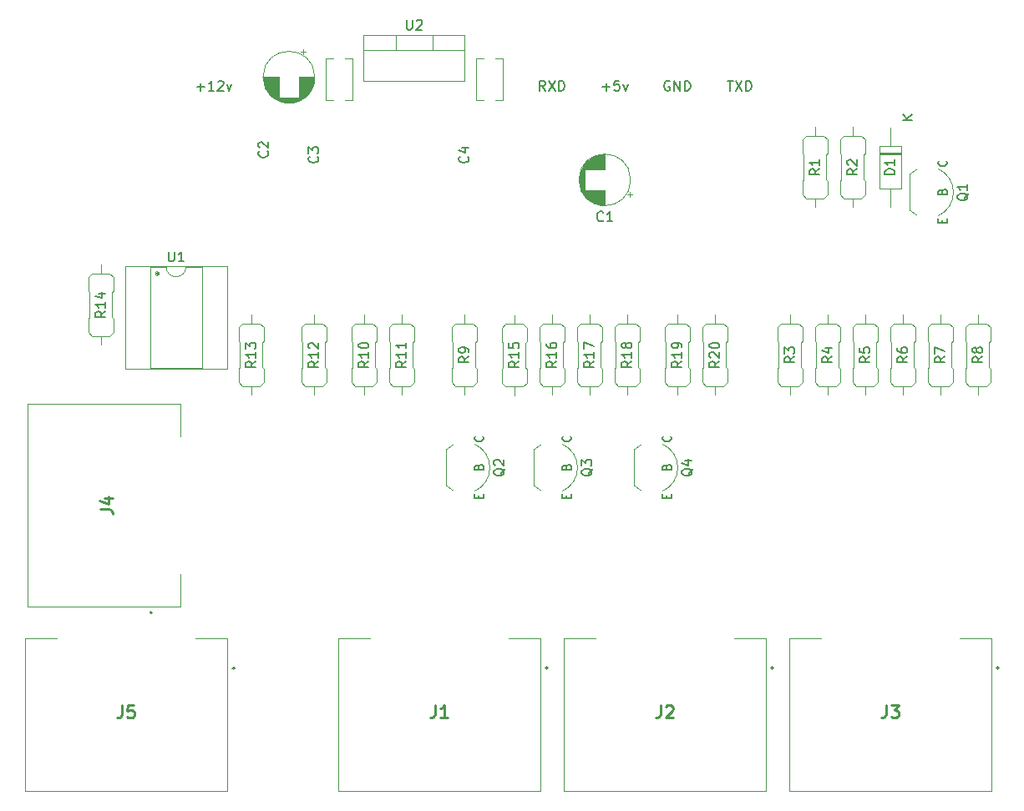
<source format=gbr>
%TF.GenerationSoftware,KiCad,Pcbnew,9.0.1-9.0.1-0~ubuntu24.04.1*%
%TF.CreationDate,2025-05-03T17:14:02+02:00*%
%TF.ProjectId,CNC-version,434e432d-7665-4727-9369-6f6e2e6b6963,rev?*%
%TF.SameCoordinates,Original*%
%TF.FileFunction,Legend,Top*%
%TF.FilePolarity,Positive*%
%FSLAX46Y46*%
G04 Gerber Fmt 4.6, Leading zero omitted, Abs format (unit mm)*
G04 Created by KiCad (PCBNEW 9.0.1-9.0.1-0~ubuntu24.04.1) date 2025-05-03 17:14:02*
%MOMM*%
%LPD*%
G01*
G04 APERTURE LIST*
%ADD10C,0.150000*%
%ADD11C,0.254000*%
%ADD12C,0.120000*%
%ADD13C,0.100000*%
%ADD14C,0.200000*%
G04 APERTURE END LIST*
D10*
X43634819Y-47622857D02*
X43158628Y-47956190D01*
X43634819Y-48194285D02*
X42634819Y-48194285D01*
X42634819Y-48194285D02*
X42634819Y-47813333D01*
X42634819Y-47813333D02*
X42682438Y-47718095D01*
X42682438Y-47718095D02*
X42730057Y-47670476D01*
X42730057Y-47670476D02*
X42825295Y-47622857D01*
X42825295Y-47622857D02*
X42968152Y-47622857D01*
X42968152Y-47622857D02*
X43063390Y-47670476D01*
X43063390Y-47670476D02*
X43111009Y-47718095D01*
X43111009Y-47718095D02*
X43158628Y-47813333D01*
X43158628Y-47813333D02*
X43158628Y-48194285D01*
X43634819Y-46670476D02*
X43634819Y-47241904D01*
X43634819Y-46956190D02*
X42634819Y-46956190D01*
X42634819Y-46956190D02*
X42777676Y-47051428D01*
X42777676Y-47051428D02*
X42872914Y-47146666D01*
X42872914Y-47146666D02*
X42920533Y-47241904D01*
X42730057Y-46289523D02*
X42682438Y-46241904D01*
X42682438Y-46241904D02*
X42634819Y-46146666D01*
X42634819Y-46146666D02*
X42634819Y-45908571D01*
X42634819Y-45908571D02*
X42682438Y-45813333D01*
X42682438Y-45813333D02*
X42730057Y-45765714D01*
X42730057Y-45765714D02*
X42825295Y-45718095D01*
X42825295Y-45718095D02*
X42920533Y-45718095D01*
X42920533Y-45718095D02*
X43063390Y-45765714D01*
X43063390Y-45765714D02*
X43634819Y-46337142D01*
X43634819Y-46337142D02*
X43634819Y-45718095D01*
D11*
X23706667Y-82519318D02*
X23706667Y-83426461D01*
X23706667Y-83426461D02*
X23646190Y-83607889D01*
X23646190Y-83607889D02*
X23525238Y-83728842D01*
X23525238Y-83728842D02*
X23343809Y-83789318D01*
X23343809Y-83789318D02*
X23222857Y-83789318D01*
X24916190Y-82519318D02*
X24311428Y-82519318D01*
X24311428Y-82519318D02*
X24250952Y-83124080D01*
X24250952Y-83124080D02*
X24311428Y-83063603D01*
X24311428Y-83063603D02*
X24432381Y-83003127D01*
X24432381Y-83003127D02*
X24734762Y-83003127D01*
X24734762Y-83003127D02*
X24855714Y-83063603D01*
X24855714Y-83063603D02*
X24916190Y-83124080D01*
X24916190Y-83124080D02*
X24976667Y-83245032D01*
X24976667Y-83245032D02*
X24976667Y-83547413D01*
X24976667Y-83547413D02*
X24916190Y-83668365D01*
X24916190Y-83668365D02*
X24855714Y-83728842D01*
X24855714Y-83728842D02*
X24734762Y-83789318D01*
X24734762Y-83789318D02*
X24432381Y-83789318D01*
X24432381Y-83789318D02*
X24311428Y-83728842D01*
X24311428Y-83728842D02*
X24250952Y-83668365D01*
D10*
X72421905Y-19773866D02*
X73183810Y-19773866D01*
X72802857Y-20154819D02*
X72802857Y-19392914D01*
X74136190Y-19154819D02*
X73660000Y-19154819D01*
X73660000Y-19154819D02*
X73612381Y-19631009D01*
X73612381Y-19631009D02*
X73660000Y-19583390D01*
X73660000Y-19583390D02*
X73755238Y-19535771D01*
X73755238Y-19535771D02*
X73993333Y-19535771D01*
X73993333Y-19535771D02*
X74088571Y-19583390D01*
X74088571Y-19583390D02*
X74136190Y-19631009D01*
X74136190Y-19631009D02*
X74183809Y-19726247D01*
X74183809Y-19726247D02*
X74183809Y-19964342D01*
X74183809Y-19964342D02*
X74136190Y-20059580D01*
X74136190Y-20059580D02*
X74088571Y-20107200D01*
X74088571Y-20107200D02*
X73993333Y-20154819D01*
X73993333Y-20154819D02*
X73755238Y-20154819D01*
X73755238Y-20154819D02*
X73660000Y-20107200D01*
X73660000Y-20107200D02*
X73612381Y-20059580D01*
X74517143Y-19488152D02*
X74755238Y-20154819D01*
X74755238Y-20154819D02*
X74993333Y-19488152D01*
D11*
X101176667Y-82509318D02*
X101176667Y-83416461D01*
X101176667Y-83416461D02*
X101116190Y-83597889D01*
X101116190Y-83597889D02*
X100995238Y-83718842D01*
X100995238Y-83718842D02*
X100813809Y-83779318D01*
X100813809Y-83779318D02*
X100692857Y-83779318D01*
X101660476Y-82509318D02*
X102446667Y-82509318D01*
X102446667Y-82509318D02*
X102023333Y-82993127D01*
X102023333Y-82993127D02*
X102204762Y-82993127D01*
X102204762Y-82993127D02*
X102325714Y-83053603D01*
X102325714Y-83053603D02*
X102386190Y-83114080D01*
X102386190Y-83114080D02*
X102446667Y-83235032D01*
X102446667Y-83235032D02*
X102446667Y-83537413D01*
X102446667Y-83537413D02*
X102386190Y-83658365D01*
X102386190Y-83658365D02*
X102325714Y-83718842D01*
X102325714Y-83718842D02*
X102204762Y-83779318D01*
X102204762Y-83779318D02*
X101841905Y-83779318D01*
X101841905Y-83779318D02*
X101720952Y-83718842D01*
X101720952Y-83718842D02*
X101660476Y-83658365D01*
D10*
X91894819Y-47146666D02*
X91418628Y-47479999D01*
X91894819Y-47718094D02*
X90894819Y-47718094D01*
X90894819Y-47718094D02*
X90894819Y-47337142D01*
X90894819Y-47337142D02*
X90942438Y-47241904D01*
X90942438Y-47241904D02*
X90990057Y-47194285D01*
X90990057Y-47194285D02*
X91085295Y-47146666D01*
X91085295Y-47146666D02*
X91228152Y-47146666D01*
X91228152Y-47146666D02*
X91323390Y-47194285D01*
X91323390Y-47194285D02*
X91371009Y-47241904D01*
X91371009Y-47241904D02*
X91418628Y-47337142D01*
X91418628Y-47337142D02*
X91418628Y-47718094D01*
X90894819Y-46813332D02*
X90894819Y-46194285D01*
X90894819Y-46194285D02*
X91275771Y-46527618D01*
X91275771Y-46527618D02*
X91275771Y-46384761D01*
X91275771Y-46384761D02*
X91323390Y-46289523D01*
X91323390Y-46289523D02*
X91371009Y-46241904D01*
X91371009Y-46241904D02*
X91466247Y-46194285D01*
X91466247Y-46194285D02*
X91704342Y-46194285D01*
X91704342Y-46194285D02*
X91799580Y-46241904D01*
X91799580Y-46241904D02*
X91847200Y-46289523D01*
X91847200Y-46289523D02*
X91894819Y-46384761D01*
X91894819Y-46384761D02*
X91894819Y-46670475D01*
X91894819Y-46670475D02*
X91847200Y-46765713D01*
X91847200Y-46765713D02*
X91799580Y-46813332D01*
X31305714Y-19783866D02*
X32067619Y-19783866D01*
X31686666Y-20164819D02*
X31686666Y-19402914D01*
X33067618Y-20164819D02*
X32496190Y-20164819D01*
X32781904Y-20164819D02*
X32781904Y-19164819D01*
X32781904Y-19164819D02*
X32686666Y-19307676D01*
X32686666Y-19307676D02*
X32591428Y-19402914D01*
X32591428Y-19402914D02*
X32496190Y-19450533D01*
X33448571Y-19260057D02*
X33496190Y-19212438D01*
X33496190Y-19212438D02*
X33591428Y-19164819D01*
X33591428Y-19164819D02*
X33829523Y-19164819D01*
X33829523Y-19164819D02*
X33924761Y-19212438D01*
X33924761Y-19212438D02*
X33972380Y-19260057D01*
X33972380Y-19260057D02*
X34019999Y-19355295D01*
X34019999Y-19355295D02*
X34019999Y-19450533D01*
X34019999Y-19450533D02*
X33972380Y-19593390D01*
X33972380Y-19593390D02*
X33400952Y-20164819D01*
X33400952Y-20164819D02*
X34019999Y-20164819D01*
X34353333Y-19498152D02*
X34591428Y-20164819D01*
X34591428Y-20164819D02*
X34829523Y-19498152D01*
X52578095Y-12964819D02*
X52578095Y-13774342D01*
X52578095Y-13774342D02*
X52625714Y-13869580D01*
X52625714Y-13869580D02*
X52673333Y-13917200D01*
X52673333Y-13917200D02*
X52768571Y-13964819D01*
X52768571Y-13964819D02*
X52959047Y-13964819D01*
X52959047Y-13964819D02*
X53054285Y-13917200D01*
X53054285Y-13917200D02*
X53101904Y-13869580D01*
X53101904Y-13869580D02*
X53149523Y-13774342D01*
X53149523Y-13774342D02*
X53149523Y-12964819D01*
X53578095Y-13060057D02*
X53625714Y-13012438D01*
X53625714Y-13012438D02*
X53720952Y-12964819D01*
X53720952Y-12964819D02*
X53959047Y-12964819D01*
X53959047Y-12964819D02*
X54054285Y-13012438D01*
X54054285Y-13012438D02*
X54101904Y-13060057D01*
X54101904Y-13060057D02*
X54149523Y-13155295D01*
X54149523Y-13155295D02*
X54149523Y-13250533D01*
X54149523Y-13250533D02*
X54101904Y-13393390D01*
X54101904Y-13393390D02*
X53530476Y-13964819D01*
X53530476Y-13964819D02*
X54149523Y-13964819D01*
X71420057Y-58505238D02*
X71372438Y-58600476D01*
X71372438Y-58600476D02*
X71277200Y-58695714D01*
X71277200Y-58695714D02*
X71134342Y-58838571D01*
X71134342Y-58838571D02*
X71086723Y-58933809D01*
X71086723Y-58933809D02*
X71086723Y-59029047D01*
X71324819Y-58981428D02*
X71277200Y-59076666D01*
X71277200Y-59076666D02*
X71181961Y-59171904D01*
X71181961Y-59171904D02*
X70991485Y-59219523D01*
X70991485Y-59219523D02*
X70658152Y-59219523D01*
X70658152Y-59219523D02*
X70467676Y-59171904D01*
X70467676Y-59171904D02*
X70372438Y-59076666D01*
X70372438Y-59076666D02*
X70324819Y-58981428D01*
X70324819Y-58981428D02*
X70324819Y-58790952D01*
X70324819Y-58790952D02*
X70372438Y-58695714D01*
X70372438Y-58695714D02*
X70467676Y-58600476D01*
X70467676Y-58600476D02*
X70658152Y-58552857D01*
X70658152Y-58552857D02*
X70991485Y-58552857D01*
X70991485Y-58552857D02*
X71181961Y-58600476D01*
X71181961Y-58600476D02*
X71277200Y-58695714D01*
X71277200Y-58695714D02*
X71324819Y-58790952D01*
X71324819Y-58790952D02*
X71324819Y-58981428D01*
X70324819Y-58219523D02*
X70324819Y-57600476D01*
X70324819Y-57600476D02*
X70705771Y-57933809D01*
X70705771Y-57933809D02*
X70705771Y-57790952D01*
X70705771Y-57790952D02*
X70753390Y-57695714D01*
X70753390Y-57695714D02*
X70801009Y-57648095D01*
X70801009Y-57648095D02*
X70896247Y-57600476D01*
X70896247Y-57600476D02*
X71134342Y-57600476D01*
X71134342Y-57600476D02*
X71229580Y-57648095D01*
X71229580Y-57648095D02*
X71277200Y-57695714D01*
X71277200Y-57695714D02*
X71324819Y-57790952D01*
X71324819Y-57790952D02*
X71324819Y-58076666D01*
X71324819Y-58076666D02*
X71277200Y-58171904D01*
X71277200Y-58171904D02*
X71229580Y-58219523D01*
X68771128Y-58345714D02*
X68813985Y-58217142D01*
X68813985Y-58217142D02*
X68856842Y-58174285D01*
X68856842Y-58174285D02*
X68942557Y-58131428D01*
X68942557Y-58131428D02*
X69071128Y-58131428D01*
X69071128Y-58131428D02*
X69156842Y-58174285D01*
X69156842Y-58174285D02*
X69199700Y-58217142D01*
X69199700Y-58217142D02*
X69242557Y-58302857D01*
X69242557Y-58302857D02*
X69242557Y-58645714D01*
X69242557Y-58645714D02*
X68342557Y-58645714D01*
X68342557Y-58645714D02*
X68342557Y-58345714D01*
X68342557Y-58345714D02*
X68385414Y-58260000D01*
X68385414Y-58260000D02*
X68428271Y-58217142D01*
X68428271Y-58217142D02*
X68513985Y-58174285D01*
X68513985Y-58174285D02*
X68599700Y-58174285D01*
X68599700Y-58174285D02*
X68685414Y-58217142D01*
X68685414Y-58217142D02*
X68728271Y-58260000D01*
X68728271Y-58260000D02*
X68771128Y-58345714D01*
X68771128Y-58345714D02*
X68771128Y-58645714D01*
X68771128Y-61523857D02*
X68771128Y-61223857D01*
X69242557Y-61095285D02*
X69242557Y-61523857D01*
X69242557Y-61523857D02*
X68342557Y-61523857D01*
X68342557Y-61523857D02*
X68342557Y-61095285D01*
X69156842Y-55210428D02*
X69199700Y-55253285D01*
X69199700Y-55253285D02*
X69242557Y-55381857D01*
X69242557Y-55381857D02*
X69242557Y-55467571D01*
X69242557Y-55467571D02*
X69199700Y-55596142D01*
X69199700Y-55596142D02*
X69113985Y-55681857D01*
X69113985Y-55681857D02*
X69028271Y-55724714D01*
X69028271Y-55724714D02*
X68856842Y-55767571D01*
X68856842Y-55767571D02*
X68728271Y-55767571D01*
X68728271Y-55767571D02*
X68556842Y-55724714D01*
X68556842Y-55724714D02*
X68471128Y-55681857D01*
X68471128Y-55681857D02*
X68385414Y-55596142D01*
X68385414Y-55596142D02*
X68342557Y-55467571D01*
X68342557Y-55467571D02*
X68342557Y-55381857D01*
X68342557Y-55381857D02*
X68385414Y-55253285D01*
X68385414Y-55253285D02*
X68428271Y-55210428D01*
X80464819Y-47622857D02*
X79988628Y-47956190D01*
X80464819Y-48194285D02*
X79464819Y-48194285D01*
X79464819Y-48194285D02*
X79464819Y-47813333D01*
X79464819Y-47813333D02*
X79512438Y-47718095D01*
X79512438Y-47718095D02*
X79560057Y-47670476D01*
X79560057Y-47670476D02*
X79655295Y-47622857D01*
X79655295Y-47622857D02*
X79798152Y-47622857D01*
X79798152Y-47622857D02*
X79893390Y-47670476D01*
X79893390Y-47670476D02*
X79941009Y-47718095D01*
X79941009Y-47718095D02*
X79988628Y-47813333D01*
X79988628Y-47813333D02*
X79988628Y-48194285D01*
X80464819Y-46670476D02*
X80464819Y-47241904D01*
X80464819Y-46956190D02*
X79464819Y-46956190D01*
X79464819Y-46956190D02*
X79607676Y-47051428D01*
X79607676Y-47051428D02*
X79702914Y-47146666D01*
X79702914Y-47146666D02*
X79750533Y-47241904D01*
X80464819Y-46194285D02*
X80464819Y-46003809D01*
X80464819Y-46003809D02*
X80417200Y-45908571D01*
X80417200Y-45908571D02*
X80369580Y-45860952D01*
X80369580Y-45860952D02*
X80226723Y-45765714D01*
X80226723Y-45765714D02*
X80036247Y-45718095D01*
X80036247Y-45718095D02*
X79655295Y-45718095D01*
X79655295Y-45718095D02*
X79560057Y-45765714D01*
X79560057Y-45765714D02*
X79512438Y-45813333D01*
X79512438Y-45813333D02*
X79464819Y-45908571D01*
X79464819Y-45908571D02*
X79464819Y-46099047D01*
X79464819Y-46099047D02*
X79512438Y-46194285D01*
X79512438Y-46194285D02*
X79560057Y-46241904D01*
X79560057Y-46241904D02*
X79655295Y-46289523D01*
X79655295Y-46289523D02*
X79893390Y-46289523D01*
X79893390Y-46289523D02*
X79988628Y-46241904D01*
X79988628Y-46241904D02*
X80036247Y-46194285D01*
X80036247Y-46194285D02*
X80083866Y-46099047D01*
X80083866Y-46099047D02*
X80083866Y-45908571D01*
X80083866Y-45908571D02*
X80036247Y-45813333D01*
X80036247Y-45813333D02*
X79988628Y-45765714D01*
X79988628Y-45765714D02*
X79893390Y-45718095D01*
X72493333Y-33319580D02*
X72445714Y-33367200D01*
X72445714Y-33367200D02*
X72302857Y-33414819D01*
X72302857Y-33414819D02*
X72207619Y-33414819D01*
X72207619Y-33414819D02*
X72064762Y-33367200D01*
X72064762Y-33367200D02*
X71969524Y-33271961D01*
X71969524Y-33271961D02*
X71921905Y-33176723D01*
X71921905Y-33176723D02*
X71874286Y-32986247D01*
X71874286Y-32986247D02*
X71874286Y-32843390D01*
X71874286Y-32843390D02*
X71921905Y-32652914D01*
X71921905Y-32652914D02*
X71969524Y-32557676D01*
X71969524Y-32557676D02*
X72064762Y-32462438D01*
X72064762Y-32462438D02*
X72207619Y-32414819D01*
X72207619Y-32414819D02*
X72302857Y-32414819D01*
X72302857Y-32414819D02*
X72445714Y-32462438D01*
X72445714Y-32462438D02*
X72493333Y-32510057D01*
X73445714Y-33414819D02*
X72874286Y-33414819D01*
X73160000Y-33414819D02*
X73160000Y-32414819D01*
X73160000Y-32414819D02*
X73064762Y-32557676D01*
X73064762Y-32557676D02*
X72969524Y-32652914D01*
X72969524Y-32652914D02*
X72874286Y-32700533D01*
X94434819Y-28096666D02*
X93958628Y-28429999D01*
X94434819Y-28668094D02*
X93434819Y-28668094D01*
X93434819Y-28668094D02*
X93434819Y-28287142D01*
X93434819Y-28287142D02*
X93482438Y-28191904D01*
X93482438Y-28191904D02*
X93530057Y-28144285D01*
X93530057Y-28144285D02*
X93625295Y-28096666D01*
X93625295Y-28096666D02*
X93768152Y-28096666D01*
X93768152Y-28096666D02*
X93863390Y-28144285D01*
X93863390Y-28144285D02*
X93911009Y-28191904D01*
X93911009Y-28191904D02*
X93958628Y-28287142D01*
X93958628Y-28287142D02*
X93958628Y-28668094D01*
X94434819Y-27144285D02*
X94434819Y-27715713D01*
X94434819Y-27429999D02*
X93434819Y-27429999D01*
X93434819Y-27429999D02*
X93577676Y-27525237D01*
X93577676Y-27525237D02*
X93672914Y-27620475D01*
X93672914Y-27620475D02*
X93720533Y-27715713D01*
X52524819Y-47622857D02*
X52048628Y-47956190D01*
X52524819Y-48194285D02*
X51524819Y-48194285D01*
X51524819Y-48194285D02*
X51524819Y-47813333D01*
X51524819Y-47813333D02*
X51572438Y-47718095D01*
X51572438Y-47718095D02*
X51620057Y-47670476D01*
X51620057Y-47670476D02*
X51715295Y-47622857D01*
X51715295Y-47622857D02*
X51858152Y-47622857D01*
X51858152Y-47622857D02*
X51953390Y-47670476D01*
X51953390Y-47670476D02*
X52001009Y-47718095D01*
X52001009Y-47718095D02*
X52048628Y-47813333D01*
X52048628Y-47813333D02*
X52048628Y-48194285D01*
X52524819Y-46670476D02*
X52524819Y-47241904D01*
X52524819Y-46956190D02*
X51524819Y-46956190D01*
X51524819Y-46956190D02*
X51667676Y-47051428D01*
X51667676Y-47051428D02*
X51762914Y-47146666D01*
X51762914Y-47146666D02*
X51810533Y-47241904D01*
X52524819Y-45718095D02*
X52524819Y-46289523D01*
X52524819Y-46003809D02*
X51524819Y-46003809D01*
X51524819Y-46003809D02*
X51667676Y-46099047D01*
X51667676Y-46099047D02*
X51762914Y-46194285D01*
X51762914Y-46194285D02*
X51810533Y-46289523D01*
X95704819Y-47146666D02*
X95228628Y-47479999D01*
X95704819Y-47718094D02*
X94704819Y-47718094D01*
X94704819Y-47718094D02*
X94704819Y-47337142D01*
X94704819Y-47337142D02*
X94752438Y-47241904D01*
X94752438Y-47241904D02*
X94800057Y-47194285D01*
X94800057Y-47194285D02*
X94895295Y-47146666D01*
X94895295Y-47146666D02*
X95038152Y-47146666D01*
X95038152Y-47146666D02*
X95133390Y-47194285D01*
X95133390Y-47194285D02*
X95181009Y-47241904D01*
X95181009Y-47241904D02*
X95228628Y-47337142D01*
X95228628Y-47337142D02*
X95228628Y-47718094D01*
X95038152Y-46289523D02*
X95704819Y-46289523D01*
X94657200Y-46527618D02*
X95371485Y-46765713D01*
X95371485Y-46765713D02*
X95371485Y-46146666D01*
X107134819Y-47146666D02*
X106658628Y-47479999D01*
X107134819Y-47718094D02*
X106134819Y-47718094D01*
X106134819Y-47718094D02*
X106134819Y-47337142D01*
X106134819Y-47337142D02*
X106182438Y-47241904D01*
X106182438Y-47241904D02*
X106230057Y-47194285D01*
X106230057Y-47194285D02*
X106325295Y-47146666D01*
X106325295Y-47146666D02*
X106468152Y-47146666D01*
X106468152Y-47146666D02*
X106563390Y-47194285D01*
X106563390Y-47194285D02*
X106611009Y-47241904D01*
X106611009Y-47241904D02*
X106658628Y-47337142D01*
X106658628Y-47337142D02*
X106658628Y-47718094D01*
X106134819Y-46813332D02*
X106134819Y-46146666D01*
X106134819Y-46146666D02*
X107134819Y-46575237D01*
X43539580Y-26836666D02*
X43587200Y-26884285D01*
X43587200Y-26884285D02*
X43634819Y-27027142D01*
X43634819Y-27027142D02*
X43634819Y-27122380D01*
X43634819Y-27122380D02*
X43587200Y-27265237D01*
X43587200Y-27265237D02*
X43491961Y-27360475D01*
X43491961Y-27360475D02*
X43396723Y-27408094D01*
X43396723Y-27408094D02*
X43206247Y-27455713D01*
X43206247Y-27455713D02*
X43063390Y-27455713D01*
X43063390Y-27455713D02*
X42872914Y-27408094D01*
X42872914Y-27408094D02*
X42777676Y-27360475D01*
X42777676Y-27360475D02*
X42682438Y-27265237D01*
X42682438Y-27265237D02*
X42634819Y-27122380D01*
X42634819Y-27122380D02*
X42634819Y-27027142D01*
X42634819Y-27027142D02*
X42682438Y-26884285D01*
X42682438Y-26884285D02*
X42730057Y-26836666D01*
X42634819Y-26503332D02*
X42634819Y-25884285D01*
X42634819Y-25884285D02*
X43015771Y-26217618D01*
X43015771Y-26217618D02*
X43015771Y-26074761D01*
X43015771Y-26074761D02*
X43063390Y-25979523D01*
X43063390Y-25979523D02*
X43111009Y-25931904D01*
X43111009Y-25931904D02*
X43206247Y-25884285D01*
X43206247Y-25884285D02*
X43444342Y-25884285D01*
X43444342Y-25884285D02*
X43539580Y-25931904D01*
X43539580Y-25931904D02*
X43587200Y-25979523D01*
X43587200Y-25979523D02*
X43634819Y-26074761D01*
X43634819Y-26074761D02*
X43634819Y-26360475D01*
X43634819Y-26360475D02*
X43587200Y-26455713D01*
X43587200Y-26455713D02*
X43539580Y-26503332D01*
X110944819Y-47146666D02*
X110468628Y-47479999D01*
X110944819Y-47718094D02*
X109944819Y-47718094D01*
X109944819Y-47718094D02*
X109944819Y-47337142D01*
X109944819Y-47337142D02*
X109992438Y-47241904D01*
X109992438Y-47241904D02*
X110040057Y-47194285D01*
X110040057Y-47194285D02*
X110135295Y-47146666D01*
X110135295Y-47146666D02*
X110278152Y-47146666D01*
X110278152Y-47146666D02*
X110373390Y-47194285D01*
X110373390Y-47194285D02*
X110421009Y-47241904D01*
X110421009Y-47241904D02*
X110468628Y-47337142D01*
X110468628Y-47337142D02*
X110468628Y-47718094D01*
X110373390Y-46575237D02*
X110325771Y-46670475D01*
X110325771Y-46670475D02*
X110278152Y-46718094D01*
X110278152Y-46718094D02*
X110182914Y-46765713D01*
X110182914Y-46765713D02*
X110135295Y-46765713D01*
X110135295Y-46765713D02*
X110040057Y-46718094D01*
X110040057Y-46718094D02*
X109992438Y-46670475D01*
X109992438Y-46670475D02*
X109944819Y-46575237D01*
X109944819Y-46575237D02*
X109944819Y-46384761D01*
X109944819Y-46384761D02*
X109992438Y-46289523D01*
X109992438Y-46289523D02*
X110040057Y-46241904D01*
X110040057Y-46241904D02*
X110135295Y-46194285D01*
X110135295Y-46194285D02*
X110182914Y-46194285D01*
X110182914Y-46194285D02*
X110278152Y-46241904D01*
X110278152Y-46241904D02*
X110325771Y-46289523D01*
X110325771Y-46289523D02*
X110373390Y-46384761D01*
X110373390Y-46384761D02*
X110373390Y-46575237D01*
X110373390Y-46575237D02*
X110421009Y-46670475D01*
X110421009Y-46670475D02*
X110468628Y-46718094D01*
X110468628Y-46718094D02*
X110563866Y-46765713D01*
X110563866Y-46765713D02*
X110754342Y-46765713D01*
X110754342Y-46765713D02*
X110849580Y-46718094D01*
X110849580Y-46718094D02*
X110897200Y-46670475D01*
X110897200Y-46670475D02*
X110944819Y-46575237D01*
X110944819Y-46575237D02*
X110944819Y-46384761D01*
X110944819Y-46384761D02*
X110897200Y-46289523D01*
X110897200Y-46289523D02*
X110849580Y-46241904D01*
X110849580Y-46241904D02*
X110754342Y-46194285D01*
X110754342Y-46194285D02*
X110563866Y-46194285D01*
X110563866Y-46194285D02*
X110468628Y-46241904D01*
X110468628Y-46241904D02*
X110421009Y-46289523D01*
X110421009Y-46289523D02*
X110373390Y-46384761D01*
X58779580Y-26836666D02*
X58827200Y-26884285D01*
X58827200Y-26884285D02*
X58874819Y-27027142D01*
X58874819Y-27027142D02*
X58874819Y-27122380D01*
X58874819Y-27122380D02*
X58827200Y-27265237D01*
X58827200Y-27265237D02*
X58731961Y-27360475D01*
X58731961Y-27360475D02*
X58636723Y-27408094D01*
X58636723Y-27408094D02*
X58446247Y-27455713D01*
X58446247Y-27455713D02*
X58303390Y-27455713D01*
X58303390Y-27455713D02*
X58112914Y-27408094D01*
X58112914Y-27408094D02*
X58017676Y-27360475D01*
X58017676Y-27360475D02*
X57922438Y-27265237D01*
X57922438Y-27265237D02*
X57874819Y-27122380D01*
X57874819Y-27122380D02*
X57874819Y-27027142D01*
X57874819Y-27027142D02*
X57922438Y-26884285D01*
X57922438Y-26884285D02*
X57970057Y-26836666D01*
X58208152Y-25979523D02*
X58874819Y-25979523D01*
X57827200Y-26217618D02*
X58541485Y-26455713D01*
X58541485Y-26455713D02*
X58541485Y-25836666D01*
X102054819Y-28668094D02*
X101054819Y-28668094D01*
X101054819Y-28668094D02*
X101054819Y-28429999D01*
X101054819Y-28429999D02*
X101102438Y-28287142D01*
X101102438Y-28287142D02*
X101197676Y-28191904D01*
X101197676Y-28191904D02*
X101292914Y-28144285D01*
X101292914Y-28144285D02*
X101483390Y-28096666D01*
X101483390Y-28096666D02*
X101626247Y-28096666D01*
X101626247Y-28096666D02*
X101816723Y-28144285D01*
X101816723Y-28144285D02*
X101911961Y-28191904D01*
X101911961Y-28191904D02*
X102007200Y-28287142D01*
X102007200Y-28287142D02*
X102054819Y-28429999D01*
X102054819Y-28429999D02*
X102054819Y-28668094D01*
X102054819Y-27144285D02*
X102054819Y-27715713D01*
X102054819Y-27429999D02*
X101054819Y-27429999D01*
X101054819Y-27429999D02*
X101197676Y-27525237D01*
X101197676Y-27525237D02*
X101292914Y-27620475D01*
X101292914Y-27620475D02*
X101340533Y-27715713D01*
X103854819Y-23111904D02*
X102854819Y-23111904D01*
X103854819Y-22540476D02*
X103283390Y-22969047D01*
X102854819Y-22540476D02*
X103426247Y-23111904D01*
X109520057Y-30565238D02*
X109472438Y-30660476D01*
X109472438Y-30660476D02*
X109377200Y-30755714D01*
X109377200Y-30755714D02*
X109234342Y-30898571D01*
X109234342Y-30898571D02*
X109186723Y-30993809D01*
X109186723Y-30993809D02*
X109186723Y-31089047D01*
X109424819Y-31041428D02*
X109377200Y-31136666D01*
X109377200Y-31136666D02*
X109281961Y-31231904D01*
X109281961Y-31231904D02*
X109091485Y-31279523D01*
X109091485Y-31279523D02*
X108758152Y-31279523D01*
X108758152Y-31279523D02*
X108567676Y-31231904D01*
X108567676Y-31231904D02*
X108472438Y-31136666D01*
X108472438Y-31136666D02*
X108424819Y-31041428D01*
X108424819Y-31041428D02*
X108424819Y-30850952D01*
X108424819Y-30850952D02*
X108472438Y-30755714D01*
X108472438Y-30755714D02*
X108567676Y-30660476D01*
X108567676Y-30660476D02*
X108758152Y-30612857D01*
X108758152Y-30612857D02*
X109091485Y-30612857D01*
X109091485Y-30612857D02*
X109281961Y-30660476D01*
X109281961Y-30660476D02*
X109377200Y-30755714D01*
X109377200Y-30755714D02*
X109424819Y-30850952D01*
X109424819Y-30850952D02*
X109424819Y-31041428D01*
X109424819Y-29660476D02*
X109424819Y-30231904D01*
X109424819Y-29946190D02*
X108424819Y-29946190D01*
X108424819Y-29946190D02*
X108567676Y-30041428D01*
X108567676Y-30041428D02*
X108662914Y-30136666D01*
X108662914Y-30136666D02*
X108710533Y-30231904D01*
X106871128Y-30405714D02*
X106913985Y-30277142D01*
X106913985Y-30277142D02*
X106956842Y-30234285D01*
X106956842Y-30234285D02*
X107042557Y-30191428D01*
X107042557Y-30191428D02*
X107171128Y-30191428D01*
X107171128Y-30191428D02*
X107256842Y-30234285D01*
X107256842Y-30234285D02*
X107299700Y-30277142D01*
X107299700Y-30277142D02*
X107342557Y-30362857D01*
X107342557Y-30362857D02*
X107342557Y-30705714D01*
X107342557Y-30705714D02*
X106442557Y-30705714D01*
X106442557Y-30705714D02*
X106442557Y-30405714D01*
X106442557Y-30405714D02*
X106485414Y-30320000D01*
X106485414Y-30320000D02*
X106528271Y-30277142D01*
X106528271Y-30277142D02*
X106613985Y-30234285D01*
X106613985Y-30234285D02*
X106699700Y-30234285D01*
X106699700Y-30234285D02*
X106785414Y-30277142D01*
X106785414Y-30277142D02*
X106828271Y-30320000D01*
X106828271Y-30320000D02*
X106871128Y-30405714D01*
X106871128Y-30405714D02*
X106871128Y-30705714D01*
X107256842Y-27270428D02*
X107299700Y-27313285D01*
X107299700Y-27313285D02*
X107342557Y-27441857D01*
X107342557Y-27441857D02*
X107342557Y-27527571D01*
X107342557Y-27527571D02*
X107299700Y-27656142D01*
X107299700Y-27656142D02*
X107213985Y-27741857D01*
X107213985Y-27741857D02*
X107128271Y-27784714D01*
X107128271Y-27784714D02*
X106956842Y-27827571D01*
X106956842Y-27827571D02*
X106828271Y-27827571D01*
X106828271Y-27827571D02*
X106656842Y-27784714D01*
X106656842Y-27784714D02*
X106571128Y-27741857D01*
X106571128Y-27741857D02*
X106485414Y-27656142D01*
X106485414Y-27656142D02*
X106442557Y-27527571D01*
X106442557Y-27527571D02*
X106442557Y-27441857D01*
X106442557Y-27441857D02*
X106485414Y-27313285D01*
X106485414Y-27313285D02*
X106528271Y-27270428D01*
X106871128Y-33583857D02*
X106871128Y-33283857D01*
X107342557Y-33155285D02*
X107342557Y-33583857D01*
X107342557Y-33583857D02*
X106442557Y-33583857D01*
X106442557Y-33583857D02*
X106442557Y-33155285D01*
X85098095Y-19154819D02*
X85669523Y-19154819D01*
X85383809Y-20154819D02*
X85383809Y-19154819D01*
X85907619Y-19154819D02*
X86574285Y-20154819D01*
X86574285Y-19154819D02*
X85907619Y-20154819D01*
X86955238Y-20154819D02*
X86955238Y-19154819D01*
X86955238Y-19154819D02*
X87193333Y-19154819D01*
X87193333Y-19154819D02*
X87336190Y-19202438D01*
X87336190Y-19202438D02*
X87431428Y-19297676D01*
X87431428Y-19297676D02*
X87479047Y-19392914D01*
X87479047Y-19392914D02*
X87526666Y-19583390D01*
X87526666Y-19583390D02*
X87526666Y-19726247D01*
X87526666Y-19726247D02*
X87479047Y-19916723D01*
X87479047Y-19916723D02*
X87431428Y-20011961D01*
X87431428Y-20011961D02*
X87336190Y-20107200D01*
X87336190Y-20107200D02*
X87193333Y-20154819D01*
X87193333Y-20154819D02*
X86955238Y-20154819D01*
X22044819Y-42542857D02*
X21568628Y-42876190D01*
X22044819Y-43114285D02*
X21044819Y-43114285D01*
X21044819Y-43114285D02*
X21044819Y-42733333D01*
X21044819Y-42733333D02*
X21092438Y-42638095D01*
X21092438Y-42638095D02*
X21140057Y-42590476D01*
X21140057Y-42590476D02*
X21235295Y-42542857D01*
X21235295Y-42542857D02*
X21378152Y-42542857D01*
X21378152Y-42542857D02*
X21473390Y-42590476D01*
X21473390Y-42590476D02*
X21521009Y-42638095D01*
X21521009Y-42638095D02*
X21568628Y-42733333D01*
X21568628Y-42733333D02*
X21568628Y-43114285D01*
X22044819Y-41590476D02*
X22044819Y-42161904D01*
X22044819Y-41876190D02*
X21044819Y-41876190D01*
X21044819Y-41876190D02*
X21187676Y-41971428D01*
X21187676Y-41971428D02*
X21282914Y-42066666D01*
X21282914Y-42066666D02*
X21330533Y-42161904D01*
X21378152Y-40733333D02*
X22044819Y-40733333D01*
X20997200Y-40971428D02*
X21711485Y-41209523D01*
X21711485Y-41209523D02*
X21711485Y-40590476D01*
X79248095Y-19202438D02*
X79152857Y-19154819D01*
X79152857Y-19154819D02*
X79010000Y-19154819D01*
X79010000Y-19154819D02*
X78867143Y-19202438D01*
X78867143Y-19202438D02*
X78771905Y-19297676D01*
X78771905Y-19297676D02*
X78724286Y-19392914D01*
X78724286Y-19392914D02*
X78676667Y-19583390D01*
X78676667Y-19583390D02*
X78676667Y-19726247D01*
X78676667Y-19726247D02*
X78724286Y-19916723D01*
X78724286Y-19916723D02*
X78771905Y-20011961D01*
X78771905Y-20011961D02*
X78867143Y-20107200D01*
X78867143Y-20107200D02*
X79010000Y-20154819D01*
X79010000Y-20154819D02*
X79105238Y-20154819D01*
X79105238Y-20154819D02*
X79248095Y-20107200D01*
X79248095Y-20107200D02*
X79295714Y-20059580D01*
X79295714Y-20059580D02*
X79295714Y-19726247D01*
X79295714Y-19726247D02*
X79105238Y-19726247D01*
X79724286Y-20154819D02*
X79724286Y-19154819D01*
X79724286Y-19154819D02*
X80295714Y-20154819D01*
X80295714Y-20154819D02*
X80295714Y-19154819D01*
X80771905Y-20154819D02*
X80771905Y-19154819D01*
X80771905Y-19154819D02*
X81010000Y-19154819D01*
X81010000Y-19154819D02*
X81152857Y-19202438D01*
X81152857Y-19202438D02*
X81248095Y-19297676D01*
X81248095Y-19297676D02*
X81295714Y-19392914D01*
X81295714Y-19392914D02*
X81343333Y-19583390D01*
X81343333Y-19583390D02*
X81343333Y-19726247D01*
X81343333Y-19726247D02*
X81295714Y-19916723D01*
X81295714Y-19916723D02*
X81248095Y-20011961D01*
X81248095Y-20011961D02*
X81152857Y-20107200D01*
X81152857Y-20107200D02*
X81010000Y-20154819D01*
X81010000Y-20154819D02*
X80771905Y-20154819D01*
X71574819Y-47622857D02*
X71098628Y-47956190D01*
X71574819Y-48194285D02*
X70574819Y-48194285D01*
X70574819Y-48194285D02*
X70574819Y-47813333D01*
X70574819Y-47813333D02*
X70622438Y-47718095D01*
X70622438Y-47718095D02*
X70670057Y-47670476D01*
X70670057Y-47670476D02*
X70765295Y-47622857D01*
X70765295Y-47622857D02*
X70908152Y-47622857D01*
X70908152Y-47622857D02*
X71003390Y-47670476D01*
X71003390Y-47670476D02*
X71051009Y-47718095D01*
X71051009Y-47718095D02*
X71098628Y-47813333D01*
X71098628Y-47813333D02*
X71098628Y-48194285D01*
X71574819Y-46670476D02*
X71574819Y-47241904D01*
X71574819Y-46956190D02*
X70574819Y-46956190D01*
X70574819Y-46956190D02*
X70717676Y-47051428D01*
X70717676Y-47051428D02*
X70812914Y-47146666D01*
X70812914Y-47146666D02*
X70860533Y-47241904D01*
X70574819Y-46337142D02*
X70574819Y-45670476D01*
X70574819Y-45670476D02*
X71574819Y-46099047D01*
X75384819Y-47622857D02*
X74908628Y-47956190D01*
X75384819Y-48194285D02*
X74384819Y-48194285D01*
X74384819Y-48194285D02*
X74384819Y-47813333D01*
X74384819Y-47813333D02*
X74432438Y-47718095D01*
X74432438Y-47718095D02*
X74480057Y-47670476D01*
X74480057Y-47670476D02*
X74575295Y-47622857D01*
X74575295Y-47622857D02*
X74718152Y-47622857D01*
X74718152Y-47622857D02*
X74813390Y-47670476D01*
X74813390Y-47670476D02*
X74861009Y-47718095D01*
X74861009Y-47718095D02*
X74908628Y-47813333D01*
X74908628Y-47813333D02*
X74908628Y-48194285D01*
X75384819Y-46670476D02*
X75384819Y-47241904D01*
X75384819Y-46956190D02*
X74384819Y-46956190D01*
X74384819Y-46956190D02*
X74527676Y-47051428D01*
X74527676Y-47051428D02*
X74622914Y-47146666D01*
X74622914Y-47146666D02*
X74670533Y-47241904D01*
X74813390Y-46099047D02*
X74765771Y-46194285D01*
X74765771Y-46194285D02*
X74718152Y-46241904D01*
X74718152Y-46241904D02*
X74622914Y-46289523D01*
X74622914Y-46289523D02*
X74575295Y-46289523D01*
X74575295Y-46289523D02*
X74480057Y-46241904D01*
X74480057Y-46241904D02*
X74432438Y-46194285D01*
X74432438Y-46194285D02*
X74384819Y-46099047D01*
X74384819Y-46099047D02*
X74384819Y-45908571D01*
X74384819Y-45908571D02*
X74432438Y-45813333D01*
X74432438Y-45813333D02*
X74480057Y-45765714D01*
X74480057Y-45765714D02*
X74575295Y-45718095D01*
X74575295Y-45718095D02*
X74622914Y-45718095D01*
X74622914Y-45718095D02*
X74718152Y-45765714D01*
X74718152Y-45765714D02*
X74765771Y-45813333D01*
X74765771Y-45813333D02*
X74813390Y-45908571D01*
X74813390Y-45908571D02*
X74813390Y-46099047D01*
X74813390Y-46099047D02*
X74861009Y-46194285D01*
X74861009Y-46194285D02*
X74908628Y-46241904D01*
X74908628Y-46241904D02*
X75003866Y-46289523D01*
X75003866Y-46289523D02*
X75194342Y-46289523D01*
X75194342Y-46289523D02*
X75289580Y-46241904D01*
X75289580Y-46241904D02*
X75337200Y-46194285D01*
X75337200Y-46194285D02*
X75384819Y-46099047D01*
X75384819Y-46099047D02*
X75384819Y-45908571D01*
X75384819Y-45908571D02*
X75337200Y-45813333D01*
X75337200Y-45813333D02*
X75289580Y-45765714D01*
X75289580Y-45765714D02*
X75194342Y-45718095D01*
X75194342Y-45718095D02*
X75003866Y-45718095D01*
X75003866Y-45718095D02*
X74908628Y-45765714D01*
X74908628Y-45765714D02*
X74861009Y-45813333D01*
X74861009Y-45813333D02*
X74813390Y-45908571D01*
X98244819Y-28096666D02*
X97768628Y-28429999D01*
X98244819Y-28668094D02*
X97244819Y-28668094D01*
X97244819Y-28668094D02*
X97244819Y-28287142D01*
X97244819Y-28287142D02*
X97292438Y-28191904D01*
X97292438Y-28191904D02*
X97340057Y-28144285D01*
X97340057Y-28144285D02*
X97435295Y-28096666D01*
X97435295Y-28096666D02*
X97578152Y-28096666D01*
X97578152Y-28096666D02*
X97673390Y-28144285D01*
X97673390Y-28144285D02*
X97721009Y-28191904D01*
X97721009Y-28191904D02*
X97768628Y-28287142D01*
X97768628Y-28287142D02*
X97768628Y-28668094D01*
X97340057Y-27715713D02*
X97292438Y-27668094D01*
X97292438Y-27668094D02*
X97244819Y-27572856D01*
X97244819Y-27572856D02*
X97244819Y-27334761D01*
X97244819Y-27334761D02*
X97292438Y-27239523D01*
X97292438Y-27239523D02*
X97340057Y-27191904D01*
X97340057Y-27191904D02*
X97435295Y-27144285D01*
X97435295Y-27144285D02*
X97530533Y-27144285D01*
X97530533Y-27144285D02*
X97673390Y-27191904D01*
X97673390Y-27191904D02*
X98244819Y-27763332D01*
X98244819Y-27763332D02*
X98244819Y-27144285D01*
X99514819Y-47146666D02*
X99038628Y-47479999D01*
X99514819Y-47718094D02*
X98514819Y-47718094D01*
X98514819Y-47718094D02*
X98514819Y-47337142D01*
X98514819Y-47337142D02*
X98562438Y-47241904D01*
X98562438Y-47241904D02*
X98610057Y-47194285D01*
X98610057Y-47194285D02*
X98705295Y-47146666D01*
X98705295Y-47146666D02*
X98848152Y-47146666D01*
X98848152Y-47146666D02*
X98943390Y-47194285D01*
X98943390Y-47194285D02*
X98991009Y-47241904D01*
X98991009Y-47241904D02*
X99038628Y-47337142D01*
X99038628Y-47337142D02*
X99038628Y-47718094D01*
X98514819Y-46241904D02*
X98514819Y-46718094D01*
X98514819Y-46718094D02*
X98991009Y-46765713D01*
X98991009Y-46765713D02*
X98943390Y-46718094D01*
X98943390Y-46718094D02*
X98895771Y-46622856D01*
X98895771Y-46622856D02*
X98895771Y-46384761D01*
X98895771Y-46384761D02*
X98943390Y-46289523D01*
X98943390Y-46289523D02*
X98991009Y-46241904D01*
X98991009Y-46241904D02*
X99086247Y-46194285D01*
X99086247Y-46194285D02*
X99324342Y-46194285D01*
X99324342Y-46194285D02*
X99419580Y-46241904D01*
X99419580Y-46241904D02*
X99467200Y-46289523D01*
X99467200Y-46289523D02*
X99514819Y-46384761D01*
X99514819Y-46384761D02*
X99514819Y-46622856D01*
X99514819Y-46622856D02*
X99467200Y-46718094D01*
X99467200Y-46718094D02*
X99419580Y-46765713D01*
X58874819Y-47146666D02*
X58398628Y-47479999D01*
X58874819Y-47718094D02*
X57874819Y-47718094D01*
X57874819Y-47718094D02*
X57874819Y-47337142D01*
X57874819Y-47337142D02*
X57922438Y-47241904D01*
X57922438Y-47241904D02*
X57970057Y-47194285D01*
X57970057Y-47194285D02*
X58065295Y-47146666D01*
X58065295Y-47146666D02*
X58208152Y-47146666D01*
X58208152Y-47146666D02*
X58303390Y-47194285D01*
X58303390Y-47194285D02*
X58351009Y-47241904D01*
X58351009Y-47241904D02*
X58398628Y-47337142D01*
X58398628Y-47337142D02*
X58398628Y-47718094D01*
X58874819Y-46670475D02*
X58874819Y-46479999D01*
X58874819Y-46479999D02*
X58827200Y-46384761D01*
X58827200Y-46384761D02*
X58779580Y-46337142D01*
X58779580Y-46337142D02*
X58636723Y-46241904D01*
X58636723Y-46241904D02*
X58446247Y-46194285D01*
X58446247Y-46194285D02*
X58065295Y-46194285D01*
X58065295Y-46194285D02*
X57970057Y-46241904D01*
X57970057Y-46241904D02*
X57922438Y-46289523D01*
X57922438Y-46289523D02*
X57874819Y-46384761D01*
X57874819Y-46384761D02*
X57874819Y-46575237D01*
X57874819Y-46575237D02*
X57922438Y-46670475D01*
X57922438Y-46670475D02*
X57970057Y-46718094D01*
X57970057Y-46718094D02*
X58065295Y-46765713D01*
X58065295Y-46765713D02*
X58303390Y-46765713D01*
X58303390Y-46765713D02*
X58398628Y-46718094D01*
X58398628Y-46718094D02*
X58446247Y-46670475D01*
X58446247Y-46670475D02*
X58493866Y-46575237D01*
X58493866Y-46575237D02*
X58493866Y-46384761D01*
X58493866Y-46384761D02*
X58446247Y-46289523D01*
X58446247Y-46289523D02*
X58398628Y-46241904D01*
X58398628Y-46241904D02*
X58303390Y-46194285D01*
X103324819Y-47146666D02*
X102848628Y-47479999D01*
X103324819Y-47718094D02*
X102324819Y-47718094D01*
X102324819Y-47718094D02*
X102324819Y-47337142D01*
X102324819Y-47337142D02*
X102372438Y-47241904D01*
X102372438Y-47241904D02*
X102420057Y-47194285D01*
X102420057Y-47194285D02*
X102515295Y-47146666D01*
X102515295Y-47146666D02*
X102658152Y-47146666D01*
X102658152Y-47146666D02*
X102753390Y-47194285D01*
X102753390Y-47194285D02*
X102801009Y-47241904D01*
X102801009Y-47241904D02*
X102848628Y-47337142D01*
X102848628Y-47337142D02*
X102848628Y-47718094D01*
X102324819Y-46289523D02*
X102324819Y-46479999D01*
X102324819Y-46479999D02*
X102372438Y-46575237D01*
X102372438Y-46575237D02*
X102420057Y-46622856D01*
X102420057Y-46622856D02*
X102562914Y-46718094D01*
X102562914Y-46718094D02*
X102753390Y-46765713D01*
X102753390Y-46765713D02*
X103134342Y-46765713D01*
X103134342Y-46765713D02*
X103229580Y-46718094D01*
X103229580Y-46718094D02*
X103277200Y-46670475D01*
X103277200Y-46670475D02*
X103324819Y-46575237D01*
X103324819Y-46575237D02*
X103324819Y-46384761D01*
X103324819Y-46384761D02*
X103277200Y-46289523D01*
X103277200Y-46289523D02*
X103229580Y-46241904D01*
X103229580Y-46241904D02*
X103134342Y-46194285D01*
X103134342Y-46194285D02*
X102896247Y-46194285D01*
X102896247Y-46194285D02*
X102801009Y-46241904D01*
X102801009Y-46241904D02*
X102753390Y-46289523D01*
X102753390Y-46289523D02*
X102705771Y-46384761D01*
X102705771Y-46384761D02*
X102705771Y-46575237D01*
X102705771Y-46575237D02*
X102753390Y-46670475D01*
X102753390Y-46670475D02*
X102801009Y-46718094D01*
X102801009Y-46718094D02*
X102896247Y-46765713D01*
X66643333Y-20154819D02*
X66310000Y-19678628D01*
X66071905Y-20154819D02*
X66071905Y-19154819D01*
X66071905Y-19154819D02*
X66452857Y-19154819D01*
X66452857Y-19154819D02*
X66548095Y-19202438D01*
X66548095Y-19202438D02*
X66595714Y-19250057D01*
X66595714Y-19250057D02*
X66643333Y-19345295D01*
X66643333Y-19345295D02*
X66643333Y-19488152D01*
X66643333Y-19488152D02*
X66595714Y-19583390D01*
X66595714Y-19583390D02*
X66548095Y-19631009D01*
X66548095Y-19631009D02*
X66452857Y-19678628D01*
X66452857Y-19678628D02*
X66071905Y-19678628D01*
X66976667Y-19154819D02*
X67643333Y-20154819D01*
X67643333Y-19154819D02*
X66976667Y-20154819D01*
X68024286Y-20154819D02*
X68024286Y-19154819D01*
X68024286Y-19154819D02*
X68262381Y-19154819D01*
X68262381Y-19154819D02*
X68405238Y-19202438D01*
X68405238Y-19202438D02*
X68500476Y-19297676D01*
X68500476Y-19297676D02*
X68548095Y-19392914D01*
X68548095Y-19392914D02*
X68595714Y-19583390D01*
X68595714Y-19583390D02*
X68595714Y-19726247D01*
X68595714Y-19726247D02*
X68548095Y-19916723D01*
X68548095Y-19916723D02*
X68500476Y-20011961D01*
X68500476Y-20011961D02*
X68405238Y-20107200D01*
X68405238Y-20107200D02*
X68262381Y-20154819D01*
X68262381Y-20154819D02*
X68024286Y-20154819D01*
D11*
X21499318Y-62643332D02*
X22406461Y-62643332D01*
X22406461Y-62643332D02*
X22587889Y-62703809D01*
X22587889Y-62703809D02*
X22708842Y-62824761D01*
X22708842Y-62824761D02*
X22769318Y-63006190D01*
X22769318Y-63006190D02*
X22769318Y-63127142D01*
X21922651Y-61494285D02*
X22769318Y-61494285D01*
X21438842Y-61796666D02*
X22345984Y-62099047D01*
X22345984Y-62099047D02*
X22345984Y-61312856D01*
D10*
X67764819Y-47622857D02*
X67288628Y-47956190D01*
X67764819Y-48194285D02*
X66764819Y-48194285D01*
X66764819Y-48194285D02*
X66764819Y-47813333D01*
X66764819Y-47813333D02*
X66812438Y-47718095D01*
X66812438Y-47718095D02*
X66860057Y-47670476D01*
X66860057Y-47670476D02*
X66955295Y-47622857D01*
X66955295Y-47622857D02*
X67098152Y-47622857D01*
X67098152Y-47622857D02*
X67193390Y-47670476D01*
X67193390Y-47670476D02*
X67241009Y-47718095D01*
X67241009Y-47718095D02*
X67288628Y-47813333D01*
X67288628Y-47813333D02*
X67288628Y-48194285D01*
X67764819Y-46670476D02*
X67764819Y-47241904D01*
X67764819Y-46956190D02*
X66764819Y-46956190D01*
X66764819Y-46956190D02*
X66907676Y-47051428D01*
X66907676Y-47051428D02*
X67002914Y-47146666D01*
X67002914Y-47146666D02*
X67050533Y-47241904D01*
X66764819Y-45813333D02*
X66764819Y-46003809D01*
X66764819Y-46003809D02*
X66812438Y-46099047D01*
X66812438Y-46099047D02*
X66860057Y-46146666D01*
X66860057Y-46146666D02*
X67002914Y-46241904D01*
X67002914Y-46241904D02*
X67193390Y-46289523D01*
X67193390Y-46289523D02*
X67574342Y-46289523D01*
X67574342Y-46289523D02*
X67669580Y-46241904D01*
X67669580Y-46241904D02*
X67717200Y-46194285D01*
X67717200Y-46194285D02*
X67764819Y-46099047D01*
X67764819Y-46099047D02*
X67764819Y-45908571D01*
X67764819Y-45908571D02*
X67717200Y-45813333D01*
X67717200Y-45813333D02*
X67669580Y-45765714D01*
X67669580Y-45765714D02*
X67574342Y-45718095D01*
X67574342Y-45718095D02*
X67336247Y-45718095D01*
X67336247Y-45718095D02*
X67241009Y-45765714D01*
X67241009Y-45765714D02*
X67193390Y-45813333D01*
X67193390Y-45813333D02*
X67145771Y-45908571D01*
X67145771Y-45908571D02*
X67145771Y-46099047D01*
X67145771Y-46099047D02*
X67193390Y-46194285D01*
X67193390Y-46194285D02*
X67241009Y-46241904D01*
X67241009Y-46241904D02*
X67336247Y-46289523D01*
X81580057Y-58505238D02*
X81532438Y-58600476D01*
X81532438Y-58600476D02*
X81437200Y-58695714D01*
X81437200Y-58695714D02*
X81294342Y-58838571D01*
X81294342Y-58838571D02*
X81246723Y-58933809D01*
X81246723Y-58933809D02*
X81246723Y-59029047D01*
X81484819Y-58981428D02*
X81437200Y-59076666D01*
X81437200Y-59076666D02*
X81341961Y-59171904D01*
X81341961Y-59171904D02*
X81151485Y-59219523D01*
X81151485Y-59219523D02*
X80818152Y-59219523D01*
X80818152Y-59219523D02*
X80627676Y-59171904D01*
X80627676Y-59171904D02*
X80532438Y-59076666D01*
X80532438Y-59076666D02*
X80484819Y-58981428D01*
X80484819Y-58981428D02*
X80484819Y-58790952D01*
X80484819Y-58790952D02*
X80532438Y-58695714D01*
X80532438Y-58695714D02*
X80627676Y-58600476D01*
X80627676Y-58600476D02*
X80818152Y-58552857D01*
X80818152Y-58552857D02*
X81151485Y-58552857D01*
X81151485Y-58552857D02*
X81341961Y-58600476D01*
X81341961Y-58600476D02*
X81437200Y-58695714D01*
X81437200Y-58695714D02*
X81484819Y-58790952D01*
X81484819Y-58790952D02*
X81484819Y-58981428D01*
X80818152Y-57695714D02*
X81484819Y-57695714D01*
X80437200Y-57933809D02*
X81151485Y-58171904D01*
X81151485Y-58171904D02*
X81151485Y-57552857D01*
X79316842Y-55210428D02*
X79359700Y-55253285D01*
X79359700Y-55253285D02*
X79402557Y-55381857D01*
X79402557Y-55381857D02*
X79402557Y-55467571D01*
X79402557Y-55467571D02*
X79359700Y-55596142D01*
X79359700Y-55596142D02*
X79273985Y-55681857D01*
X79273985Y-55681857D02*
X79188271Y-55724714D01*
X79188271Y-55724714D02*
X79016842Y-55767571D01*
X79016842Y-55767571D02*
X78888271Y-55767571D01*
X78888271Y-55767571D02*
X78716842Y-55724714D01*
X78716842Y-55724714D02*
X78631128Y-55681857D01*
X78631128Y-55681857D02*
X78545414Y-55596142D01*
X78545414Y-55596142D02*
X78502557Y-55467571D01*
X78502557Y-55467571D02*
X78502557Y-55381857D01*
X78502557Y-55381857D02*
X78545414Y-55253285D01*
X78545414Y-55253285D02*
X78588271Y-55210428D01*
X78931128Y-61523857D02*
X78931128Y-61223857D01*
X79402557Y-61095285D02*
X79402557Y-61523857D01*
X79402557Y-61523857D02*
X78502557Y-61523857D01*
X78502557Y-61523857D02*
X78502557Y-61095285D01*
X78931128Y-58345714D02*
X78973985Y-58217142D01*
X78973985Y-58217142D02*
X79016842Y-58174285D01*
X79016842Y-58174285D02*
X79102557Y-58131428D01*
X79102557Y-58131428D02*
X79231128Y-58131428D01*
X79231128Y-58131428D02*
X79316842Y-58174285D01*
X79316842Y-58174285D02*
X79359700Y-58217142D01*
X79359700Y-58217142D02*
X79402557Y-58302857D01*
X79402557Y-58302857D02*
X79402557Y-58645714D01*
X79402557Y-58645714D02*
X78502557Y-58645714D01*
X78502557Y-58645714D02*
X78502557Y-58345714D01*
X78502557Y-58345714D02*
X78545414Y-58260000D01*
X78545414Y-58260000D02*
X78588271Y-58217142D01*
X78588271Y-58217142D02*
X78673985Y-58174285D01*
X78673985Y-58174285D02*
X78759700Y-58174285D01*
X78759700Y-58174285D02*
X78845414Y-58217142D01*
X78845414Y-58217142D02*
X78888271Y-58260000D01*
X78888271Y-58260000D02*
X78931128Y-58345714D01*
X78931128Y-58345714D02*
X78931128Y-58645714D01*
D11*
X55456667Y-82509318D02*
X55456667Y-83416461D01*
X55456667Y-83416461D02*
X55396190Y-83597889D01*
X55396190Y-83597889D02*
X55275238Y-83718842D01*
X55275238Y-83718842D02*
X55093809Y-83779318D01*
X55093809Y-83779318D02*
X54972857Y-83779318D01*
X56726667Y-83779318D02*
X56000952Y-83779318D01*
X56363809Y-83779318D02*
X56363809Y-82509318D01*
X56363809Y-82509318D02*
X56242857Y-82690746D01*
X56242857Y-82690746D02*
X56121905Y-82811699D01*
X56121905Y-82811699D02*
X56000952Y-82872175D01*
D10*
X84274819Y-47622857D02*
X83798628Y-47956190D01*
X84274819Y-48194285D02*
X83274819Y-48194285D01*
X83274819Y-48194285D02*
X83274819Y-47813333D01*
X83274819Y-47813333D02*
X83322438Y-47718095D01*
X83322438Y-47718095D02*
X83370057Y-47670476D01*
X83370057Y-47670476D02*
X83465295Y-47622857D01*
X83465295Y-47622857D02*
X83608152Y-47622857D01*
X83608152Y-47622857D02*
X83703390Y-47670476D01*
X83703390Y-47670476D02*
X83751009Y-47718095D01*
X83751009Y-47718095D02*
X83798628Y-47813333D01*
X83798628Y-47813333D02*
X83798628Y-48194285D01*
X83370057Y-47241904D02*
X83322438Y-47194285D01*
X83322438Y-47194285D02*
X83274819Y-47099047D01*
X83274819Y-47099047D02*
X83274819Y-46860952D01*
X83274819Y-46860952D02*
X83322438Y-46765714D01*
X83322438Y-46765714D02*
X83370057Y-46718095D01*
X83370057Y-46718095D02*
X83465295Y-46670476D01*
X83465295Y-46670476D02*
X83560533Y-46670476D01*
X83560533Y-46670476D02*
X83703390Y-46718095D01*
X83703390Y-46718095D02*
X84274819Y-47289523D01*
X84274819Y-47289523D02*
X84274819Y-46670476D01*
X83274819Y-46051428D02*
X83274819Y-45956190D01*
X83274819Y-45956190D02*
X83322438Y-45860952D01*
X83322438Y-45860952D02*
X83370057Y-45813333D01*
X83370057Y-45813333D02*
X83465295Y-45765714D01*
X83465295Y-45765714D02*
X83655771Y-45718095D01*
X83655771Y-45718095D02*
X83893866Y-45718095D01*
X83893866Y-45718095D02*
X84084342Y-45765714D01*
X84084342Y-45765714D02*
X84179580Y-45813333D01*
X84179580Y-45813333D02*
X84227200Y-45860952D01*
X84227200Y-45860952D02*
X84274819Y-45956190D01*
X84274819Y-45956190D02*
X84274819Y-46051428D01*
X84274819Y-46051428D02*
X84227200Y-46146666D01*
X84227200Y-46146666D02*
X84179580Y-46194285D01*
X84179580Y-46194285D02*
X84084342Y-46241904D01*
X84084342Y-46241904D02*
X83893866Y-46289523D01*
X83893866Y-46289523D02*
X83655771Y-46289523D01*
X83655771Y-46289523D02*
X83465295Y-46241904D01*
X83465295Y-46241904D02*
X83370057Y-46194285D01*
X83370057Y-46194285D02*
X83322438Y-46146666D01*
X83322438Y-46146666D02*
X83274819Y-46051428D01*
X38459580Y-26296666D02*
X38507200Y-26344285D01*
X38507200Y-26344285D02*
X38554819Y-26487142D01*
X38554819Y-26487142D02*
X38554819Y-26582380D01*
X38554819Y-26582380D02*
X38507200Y-26725237D01*
X38507200Y-26725237D02*
X38411961Y-26820475D01*
X38411961Y-26820475D02*
X38316723Y-26868094D01*
X38316723Y-26868094D02*
X38126247Y-26915713D01*
X38126247Y-26915713D02*
X37983390Y-26915713D01*
X37983390Y-26915713D02*
X37792914Y-26868094D01*
X37792914Y-26868094D02*
X37697676Y-26820475D01*
X37697676Y-26820475D02*
X37602438Y-26725237D01*
X37602438Y-26725237D02*
X37554819Y-26582380D01*
X37554819Y-26582380D02*
X37554819Y-26487142D01*
X37554819Y-26487142D02*
X37602438Y-26344285D01*
X37602438Y-26344285D02*
X37650057Y-26296666D01*
X37650057Y-25915713D02*
X37602438Y-25868094D01*
X37602438Y-25868094D02*
X37554819Y-25772856D01*
X37554819Y-25772856D02*
X37554819Y-25534761D01*
X37554819Y-25534761D02*
X37602438Y-25439523D01*
X37602438Y-25439523D02*
X37650057Y-25391904D01*
X37650057Y-25391904D02*
X37745295Y-25344285D01*
X37745295Y-25344285D02*
X37840533Y-25344285D01*
X37840533Y-25344285D02*
X37983390Y-25391904D01*
X37983390Y-25391904D02*
X38554819Y-25963332D01*
X38554819Y-25963332D02*
X38554819Y-25344285D01*
X28448095Y-36484819D02*
X28448095Y-37294342D01*
X28448095Y-37294342D02*
X28495714Y-37389580D01*
X28495714Y-37389580D02*
X28543333Y-37437200D01*
X28543333Y-37437200D02*
X28638571Y-37484819D01*
X28638571Y-37484819D02*
X28829047Y-37484819D01*
X28829047Y-37484819D02*
X28924285Y-37437200D01*
X28924285Y-37437200D02*
X28971904Y-37389580D01*
X28971904Y-37389580D02*
X29019523Y-37294342D01*
X29019523Y-37294342D02*
X29019523Y-36484819D01*
X30019523Y-37484819D02*
X29448095Y-37484819D01*
X29733809Y-37484819D02*
X29733809Y-36484819D01*
X29733809Y-36484819D02*
X29638571Y-36627676D01*
X29638571Y-36627676D02*
X29543333Y-36722914D01*
X29543333Y-36722914D02*
X29448095Y-36770533D01*
X63954819Y-47632857D02*
X63478628Y-47966190D01*
X63954819Y-48204285D02*
X62954819Y-48204285D01*
X62954819Y-48204285D02*
X62954819Y-47823333D01*
X62954819Y-47823333D02*
X63002438Y-47728095D01*
X63002438Y-47728095D02*
X63050057Y-47680476D01*
X63050057Y-47680476D02*
X63145295Y-47632857D01*
X63145295Y-47632857D02*
X63288152Y-47632857D01*
X63288152Y-47632857D02*
X63383390Y-47680476D01*
X63383390Y-47680476D02*
X63431009Y-47728095D01*
X63431009Y-47728095D02*
X63478628Y-47823333D01*
X63478628Y-47823333D02*
X63478628Y-48204285D01*
X63954819Y-46680476D02*
X63954819Y-47251904D01*
X63954819Y-46966190D02*
X62954819Y-46966190D01*
X62954819Y-46966190D02*
X63097676Y-47061428D01*
X63097676Y-47061428D02*
X63192914Y-47156666D01*
X63192914Y-47156666D02*
X63240533Y-47251904D01*
X62954819Y-45775714D02*
X62954819Y-46251904D01*
X62954819Y-46251904D02*
X63431009Y-46299523D01*
X63431009Y-46299523D02*
X63383390Y-46251904D01*
X63383390Y-46251904D02*
X63335771Y-46156666D01*
X63335771Y-46156666D02*
X63335771Y-45918571D01*
X63335771Y-45918571D02*
X63383390Y-45823333D01*
X63383390Y-45823333D02*
X63431009Y-45775714D01*
X63431009Y-45775714D02*
X63526247Y-45728095D01*
X63526247Y-45728095D02*
X63764342Y-45728095D01*
X63764342Y-45728095D02*
X63859580Y-45775714D01*
X63859580Y-45775714D02*
X63907200Y-45823333D01*
X63907200Y-45823333D02*
X63954819Y-45918571D01*
X63954819Y-45918571D02*
X63954819Y-46156666D01*
X63954819Y-46156666D02*
X63907200Y-46251904D01*
X63907200Y-46251904D02*
X63859580Y-46299523D01*
X48714819Y-47622857D02*
X48238628Y-47956190D01*
X48714819Y-48194285D02*
X47714819Y-48194285D01*
X47714819Y-48194285D02*
X47714819Y-47813333D01*
X47714819Y-47813333D02*
X47762438Y-47718095D01*
X47762438Y-47718095D02*
X47810057Y-47670476D01*
X47810057Y-47670476D02*
X47905295Y-47622857D01*
X47905295Y-47622857D02*
X48048152Y-47622857D01*
X48048152Y-47622857D02*
X48143390Y-47670476D01*
X48143390Y-47670476D02*
X48191009Y-47718095D01*
X48191009Y-47718095D02*
X48238628Y-47813333D01*
X48238628Y-47813333D02*
X48238628Y-48194285D01*
X48714819Y-46670476D02*
X48714819Y-47241904D01*
X48714819Y-46956190D02*
X47714819Y-46956190D01*
X47714819Y-46956190D02*
X47857676Y-47051428D01*
X47857676Y-47051428D02*
X47952914Y-47146666D01*
X47952914Y-47146666D02*
X48000533Y-47241904D01*
X47714819Y-46051428D02*
X47714819Y-45956190D01*
X47714819Y-45956190D02*
X47762438Y-45860952D01*
X47762438Y-45860952D02*
X47810057Y-45813333D01*
X47810057Y-45813333D02*
X47905295Y-45765714D01*
X47905295Y-45765714D02*
X48095771Y-45718095D01*
X48095771Y-45718095D02*
X48333866Y-45718095D01*
X48333866Y-45718095D02*
X48524342Y-45765714D01*
X48524342Y-45765714D02*
X48619580Y-45813333D01*
X48619580Y-45813333D02*
X48667200Y-45860952D01*
X48667200Y-45860952D02*
X48714819Y-45956190D01*
X48714819Y-45956190D02*
X48714819Y-46051428D01*
X48714819Y-46051428D02*
X48667200Y-46146666D01*
X48667200Y-46146666D02*
X48619580Y-46194285D01*
X48619580Y-46194285D02*
X48524342Y-46241904D01*
X48524342Y-46241904D02*
X48333866Y-46289523D01*
X48333866Y-46289523D02*
X48095771Y-46289523D01*
X48095771Y-46289523D02*
X47905295Y-46241904D01*
X47905295Y-46241904D02*
X47810057Y-46194285D01*
X47810057Y-46194285D02*
X47762438Y-46146666D01*
X47762438Y-46146666D02*
X47714819Y-46051428D01*
X37284819Y-47622857D02*
X36808628Y-47956190D01*
X37284819Y-48194285D02*
X36284819Y-48194285D01*
X36284819Y-48194285D02*
X36284819Y-47813333D01*
X36284819Y-47813333D02*
X36332438Y-47718095D01*
X36332438Y-47718095D02*
X36380057Y-47670476D01*
X36380057Y-47670476D02*
X36475295Y-47622857D01*
X36475295Y-47622857D02*
X36618152Y-47622857D01*
X36618152Y-47622857D02*
X36713390Y-47670476D01*
X36713390Y-47670476D02*
X36761009Y-47718095D01*
X36761009Y-47718095D02*
X36808628Y-47813333D01*
X36808628Y-47813333D02*
X36808628Y-48194285D01*
X37284819Y-46670476D02*
X37284819Y-47241904D01*
X37284819Y-46956190D02*
X36284819Y-46956190D01*
X36284819Y-46956190D02*
X36427676Y-47051428D01*
X36427676Y-47051428D02*
X36522914Y-47146666D01*
X36522914Y-47146666D02*
X36570533Y-47241904D01*
X36284819Y-46337142D02*
X36284819Y-45718095D01*
X36284819Y-45718095D02*
X36665771Y-46051428D01*
X36665771Y-46051428D02*
X36665771Y-45908571D01*
X36665771Y-45908571D02*
X36713390Y-45813333D01*
X36713390Y-45813333D02*
X36761009Y-45765714D01*
X36761009Y-45765714D02*
X36856247Y-45718095D01*
X36856247Y-45718095D02*
X37094342Y-45718095D01*
X37094342Y-45718095D02*
X37189580Y-45765714D01*
X37189580Y-45765714D02*
X37237200Y-45813333D01*
X37237200Y-45813333D02*
X37284819Y-45908571D01*
X37284819Y-45908571D02*
X37284819Y-46194285D01*
X37284819Y-46194285D02*
X37237200Y-46289523D01*
X37237200Y-46289523D02*
X37189580Y-46337142D01*
D11*
X78316667Y-82509318D02*
X78316667Y-83416461D01*
X78316667Y-83416461D02*
X78256190Y-83597889D01*
X78256190Y-83597889D02*
X78135238Y-83718842D01*
X78135238Y-83718842D02*
X77953809Y-83779318D01*
X77953809Y-83779318D02*
X77832857Y-83779318D01*
X78860952Y-82630270D02*
X78921428Y-82569794D01*
X78921428Y-82569794D02*
X79042381Y-82509318D01*
X79042381Y-82509318D02*
X79344762Y-82509318D01*
X79344762Y-82509318D02*
X79465714Y-82569794D01*
X79465714Y-82569794D02*
X79526190Y-82630270D01*
X79526190Y-82630270D02*
X79586667Y-82751222D01*
X79586667Y-82751222D02*
X79586667Y-82872175D01*
X79586667Y-82872175D02*
X79526190Y-83053603D01*
X79526190Y-83053603D02*
X78800476Y-83779318D01*
X78800476Y-83779318D02*
X79586667Y-83779318D01*
D10*
X62530057Y-58505238D02*
X62482438Y-58600476D01*
X62482438Y-58600476D02*
X62387200Y-58695714D01*
X62387200Y-58695714D02*
X62244342Y-58838571D01*
X62244342Y-58838571D02*
X62196723Y-58933809D01*
X62196723Y-58933809D02*
X62196723Y-59029047D01*
X62434819Y-58981428D02*
X62387200Y-59076666D01*
X62387200Y-59076666D02*
X62291961Y-59171904D01*
X62291961Y-59171904D02*
X62101485Y-59219523D01*
X62101485Y-59219523D02*
X61768152Y-59219523D01*
X61768152Y-59219523D02*
X61577676Y-59171904D01*
X61577676Y-59171904D02*
X61482438Y-59076666D01*
X61482438Y-59076666D02*
X61434819Y-58981428D01*
X61434819Y-58981428D02*
X61434819Y-58790952D01*
X61434819Y-58790952D02*
X61482438Y-58695714D01*
X61482438Y-58695714D02*
X61577676Y-58600476D01*
X61577676Y-58600476D02*
X61768152Y-58552857D01*
X61768152Y-58552857D02*
X62101485Y-58552857D01*
X62101485Y-58552857D02*
X62291961Y-58600476D01*
X62291961Y-58600476D02*
X62387200Y-58695714D01*
X62387200Y-58695714D02*
X62434819Y-58790952D01*
X62434819Y-58790952D02*
X62434819Y-58981428D01*
X61530057Y-58171904D02*
X61482438Y-58124285D01*
X61482438Y-58124285D02*
X61434819Y-58029047D01*
X61434819Y-58029047D02*
X61434819Y-57790952D01*
X61434819Y-57790952D02*
X61482438Y-57695714D01*
X61482438Y-57695714D02*
X61530057Y-57648095D01*
X61530057Y-57648095D02*
X61625295Y-57600476D01*
X61625295Y-57600476D02*
X61720533Y-57600476D01*
X61720533Y-57600476D02*
X61863390Y-57648095D01*
X61863390Y-57648095D02*
X62434819Y-58219523D01*
X62434819Y-58219523D02*
X62434819Y-57600476D01*
X60266842Y-55210428D02*
X60309700Y-55253285D01*
X60309700Y-55253285D02*
X60352557Y-55381857D01*
X60352557Y-55381857D02*
X60352557Y-55467571D01*
X60352557Y-55467571D02*
X60309700Y-55596142D01*
X60309700Y-55596142D02*
X60223985Y-55681857D01*
X60223985Y-55681857D02*
X60138271Y-55724714D01*
X60138271Y-55724714D02*
X59966842Y-55767571D01*
X59966842Y-55767571D02*
X59838271Y-55767571D01*
X59838271Y-55767571D02*
X59666842Y-55724714D01*
X59666842Y-55724714D02*
X59581128Y-55681857D01*
X59581128Y-55681857D02*
X59495414Y-55596142D01*
X59495414Y-55596142D02*
X59452557Y-55467571D01*
X59452557Y-55467571D02*
X59452557Y-55381857D01*
X59452557Y-55381857D02*
X59495414Y-55253285D01*
X59495414Y-55253285D02*
X59538271Y-55210428D01*
X59881128Y-58345714D02*
X59923985Y-58217142D01*
X59923985Y-58217142D02*
X59966842Y-58174285D01*
X59966842Y-58174285D02*
X60052557Y-58131428D01*
X60052557Y-58131428D02*
X60181128Y-58131428D01*
X60181128Y-58131428D02*
X60266842Y-58174285D01*
X60266842Y-58174285D02*
X60309700Y-58217142D01*
X60309700Y-58217142D02*
X60352557Y-58302857D01*
X60352557Y-58302857D02*
X60352557Y-58645714D01*
X60352557Y-58645714D02*
X59452557Y-58645714D01*
X59452557Y-58645714D02*
X59452557Y-58345714D01*
X59452557Y-58345714D02*
X59495414Y-58260000D01*
X59495414Y-58260000D02*
X59538271Y-58217142D01*
X59538271Y-58217142D02*
X59623985Y-58174285D01*
X59623985Y-58174285D02*
X59709700Y-58174285D01*
X59709700Y-58174285D02*
X59795414Y-58217142D01*
X59795414Y-58217142D02*
X59838271Y-58260000D01*
X59838271Y-58260000D02*
X59881128Y-58345714D01*
X59881128Y-58345714D02*
X59881128Y-58645714D01*
X59881128Y-61523857D02*
X59881128Y-61223857D01*
X60352557Y-61095285D02*
X60352557Y-61523857D01*
X60352557Y-61523857D02*
X59452557Y-61523857D01*
X59452557Y-61523857D02*
X59452557Y-61095285D01*
D12*
%TO.C,R12*%
X41910000Y-44186000D02*
X41910000Y-45583000D01*
X41910000Y-45583000D02*
X42037000Y-45710000D01*
X41910000Y-48377000D02*
X42037000Y-48250000D01*
X41910000Y-49774000D02*
X41910000Y-48377000D01*
X42037000Y-45710000D02*
X42037000Y-46980000D01*
X42037000Y-48250000D02*
X42037000Y-46980000D01*
X42291000Y-43805000D02*
X41910000Y-44186000D01*
X42291000Y-43805000D02*
X44069000Y-43805000D01*
X42291000Y-50155000D02*
X41910000Y-49774000D01*
X42291000Y-50155000D02*
X44069000Y-50155000D01*
X43180000Y-43805000D02*
X43180000Y-42916000D01*
X43180000Y-50155000D02*
X43180000Y-51044000D01*
X44069000Y-43805000D02*
X44450000Y-44186000D01*
X44069000Y-50155000D02*
X44450000Y-49774000D01*
X44323000Y-45710000D02*
X44323000Y-46980000D01*
X44323000Y-48250000D02*
X44323000Y-46980000D01*
X44450000Y-44186000D02*
X44450000Y-45583000D01*
X44450000Y-45583000D02*
X44323000Y-45710000D01*
X44450000Y-48377000D02*
X44323000Y-48250000D01*
X44450000Y-49774000D02*
X44450000Y-48377000D01*
D13*
%TO.C,J5*%
X13880000Y-75740000D02*
X13880000Y-91240000D01*
X13880000Y-91240000D02*
X34380000Y-91240000D01*
X17130000Y-75740000D02*
X13880000Y-75740000D01*
X34380000Y-75740000D02*
X31130000Y-75740000D01*
X34380000Y-91240000D02*
X34380000Y-75740000D01*
D14*
X34930000Y-78740000D02*
X34930000Y-78740000D01*
X35130000Y-78740000D02*
X35130000Y-78740000D01*
X34930000Y-78740000D02*
G75*
G02*
X35130000Y-78740000I100000J0D01*
G01*
X35130000Y-78740000D02*
G75*
G02*
X34930000Y-78740000I-100000J0D01*
G01*
D13*
%TO.C,J3*%
X91350000Y-75730000D02*
X91350000Y-91230000D01*
X91350000Y-91230000D02*
X111850000Y-91230000D01*
X94600000Y-75730000D02*
X91350000Y-75730000D01*
X111850000Y-75730000D02*
X108600000Y-75730000D01*
X111850000Y-91230000D02*
X111850000Y-75730000D01*
D14*
X112400000Y-78730000D02*
X112400000Y-78730000D01*
X112600000Y-78730000D02*
X112600000Y-78730000D01*
X112400000Y-78730000D02*
G75*
G02*
X112600000Y-78730000I100000J0D01*
G01*
X112600000Y-78730000D02*
G75*
G02*
X112400000Y-78730000I-100000J0D01*
G01*
D12*
%TO.C,R3*%
X90170000Y-44186000D02*
X90170000Y-45583000D01*
X90170000Y-45583000D02*
X90297000Y-45710000D01*
X90170000Y-48377000D02*
X90297000Y-48250000D01*
X90170000Y-49774000D02*
X90170000Y-48377000D01*
X90297000Y-45710000D02*
X90297000Y-46980000D01*
X90297000Y-48250000D02*
X90297000Y-46980000D01*
X90551000Y-43805000D02*
X90170000Y-44186000D01*
X90551000Y-43805000D02*
X92329000Y-43805000D01*
X90551000Y-50155000D02*
X90170000Y-49774000D01*
X90551000Y-50155000D02*
X92329000Y-50155000D01*
X91440000Y-43805000D02*
X91440000Y-42916000D01*
X91440000Y-50155000D02*
X91440000Y-51044000D01*
X92329000Y-43805000D02*
X92710000Y-44186000D01*
X92329000Y-50155000D02*
X92710000Y-49774000D01*
X92583000Y-45710000D02*
X92583000Y-46980000D01*
X92583000Y-48250000D02*
X92583000Y-46980000D01*
X92710000Y-44186000D02*
X92710000Y-45583000D01*
X92710000Y-45583000D02*
X92583000Y-45710000D01*
X92710000Y-48377000D02*
X92583000Y-48250000D01*
X92710000Y-49774000D02*
X92710000Y-48377000D01*
%TO.C,U2*%
X48220000Y-14510000D02*
X48220000Y-19151000D01*
X48220000Y-14510000D02*
X58460000Y-14510000D01*
X48220000Y-16020000D02*
X58460000Y-16020000D01*
X48220000Y-19151000D02*
X58460000Y-19151000D01*
X51490000Y-14510000D02*
X51490000Y-16020000D01*
X55191000Y-14510000D02*
X55191000Y-16020000D01*
X58460000Y-14510000D02*
X58460000Y-19151000D01*
%TO.C,Q3*%
X65460000Y-56610000D02*
X65460000Y-60210000D01*
X65460000Y-56610000D02*
G75*
G02*
X66187205Y-56085816I1850000J-1800000D01*
G01*
X66187205Y-60734184D02*
G75*
G02*
X65460000Y-60210000I1122795J2324184D01*
G01*
X68408807Y-56053600D02*
G75*
G02*
X69910000Y-58410000I-1098807J-2356400D01*
G01*
X69910000Y-58410000D02*
G75*
G02*
X68408807Y-60766400I-2600000J0D01*
G01*
%TO.C,R19*%
X78740000Y-44186000D02*
X78740000Y-45583000D01*
X78740000Y-45583000D02*
X78867000Y-45710000D01*
X78740000Y-48377000D02*
X78867000Y-48250000D01*
X78740000Y-49774000D02*
X78740000Y-48377000D01*
X78867000Y-45710000D02*
X78867000Y-46980000D01*
X78867000Y-48250000D02*
X78867000Y-46980000D01*
X79121000Y-43805000D02*
X78740000Y-44186000D01*
X79121000Y-43805000D02*
X80899000Y-43805000D01*
X79121000Y-50155000D02*
X78740000Y-49774000D01*
X79121000Y-50155000D02*
X80899000Y-50155000D01*
X80010000Y-43805000D02*
X80010000Y-42916000D01*
X80010000Y-50155000D02*
X80010000Y-51044000D01*
X80899000Y-43805000D02*
X81280000Y-44186000D01*
X80899000Y-50155000D02*
X81280000Y-49774000D01*
X81153000Y-45710000D02*
X81153000Y-46980000D01*
X81153000Y-48250000D02*
X81153000Y-46980000D01*
X81280000Y-44186000D02*
X81280000Y-45583000D01*
X81280000Y-45583000D02*
X81153000Y-45710000D01*
X81280000Y-48377000D02*
X81153000Y-48250000D01*
X81280000Y-49774000D02*
X81280000Y-48377000D01*
%TO.C,C1*%
X70060000Y-29493000D02*
X70060000Y-28927000D01*
X70100000Y-29727000D02*
X70100000Y-28693000D01*
X70140000Y-29887000D02*
X70140000Y-28533000D01*
X70180000Y-30015000D02*
X70180000Y-28405000D01*
X70220000Y-30124000D02*
X70220000Y-28296000D01*
X70260000Y-30221000D02*
X70260000Y-28199000D01*
X70300000Y-30308000D02*
X70300000Y-28112000D01*
X70340000Y-30387000D02*
X70340000Y-28033000D01*
X70380000Y-30461000D02*
X70380000Y-27959000D01*
X70420000Y-30529000D02*
X70420000Y-27891000D01*
X70460000Y-30593000D02*
X70460000Y-27827000D01*
X70500000Y-30653000D02*
X70500000Y-27767000D01*
X70540000Y-30709000D02*
X70540000Y-27711000D01*
X70580000Y-30763000D02*
X70580000Y-27657000D01*
X70620000Y-30814000D02*
X70620000Y-27606000D01*
X70660000Y-28170000D02*
X70660000Y-27558000D01*
X70660000Y-30862000D02*
X70660000Y-30250000D01*
X70700000Y-28170000D02*
X70700000Y-27511000D01*
X70700000Y-30909000D02*
X70700000Y-30250000D01*
X70740000Y-28170000D02*
X70740000Y-27467000D01*
X70740000Y-30953000D02*
X70740000Y-30250000D01*
X70780000Y-28170000D02*
X70780000Y-27425000D01*
X70780000Y-30995000D02*
X70780000Y-30250000D01*
X70820000Y-28170000D02*
X70820000Y-27385000D01*
X70820000Y-31035000D02*
X70820000Y-30250000D01*
X70860000Y-28170000D02*
X70860000Y-27346000D01*
X70860000Y-31074000D02*
X70860000Y-30250000D01*
X70900000Y-28170000D02*
X70900000Y-27309000D01*
X70900000Y-31111000D02*
X70900000Y-30250000D01*
X70940000Y-28170000D02*
X70940000Y-27274000D01*
X70940000Y-31146000D02*
X70940000Y-30250000D01*
X70980000Y-28170000D02*
X70980000Y-27240000D01*
X70980000Y-31180000D02*
X70980000Y-30250000D01*
X71020000Y-28170000D02*
X71020000Y-27207000D01*
X71020000Y-31213000D02*
X71020000Y-30250000D01*
X71060000Y-28170000D02*
X71060000Y-27175000D01*
X71060000Y-31245000D02*
X71060000Y-30250000D01*
X71100000Y-28170000D02*
X71100000Y-27145000D01*
X71100000Y-31275000D02*
X71100000Y-30250000D01*
X71140000Y-28170000D02*
X71140000Y-27116000D01*
X71140000Y-31304000D02*
X71140000Y-30250000D01*
X71180000Y-28170000D02*
X71180000Y-27088000D01*
X71180000Y-31332000D02*
X71180000Y-30250000D01*
X71220000Y-28170000D02*
X71220000Y-27061000D01*
X71220000Y-31359000D02*
X71220000Y-30250000D01*
X71260000Y-28170000D02*
X71260000Y-27035000D01*
X71260000Y-31385000D02*
X71260000Y-30250000D01*
X71300000Y-28170000D02*
X71300000Y-27011000D01*
X71300000Y-31409000D02*
X71300000Y-30250000D01*
X71340000Y-28170000D02*
X71340000Y-26987000D01*
X71340000Y-31433000D02*
X71340000Y-30250000D01*
X71380000Y-28170000D02*
X71380000Y-26964000D01*
X71380000Y-31456000D02*
X71380000Y-30250000D01*
X71420000Y-28170000D02*
X71420000Y-26942000D01*
X71420000Y-31478000D02*
X71420000Y-30250000D01*
X71460000Y-28170000D02*
X71460000Y-26921000D01*
X71460000Y-31499000D02*
X71460000Y-30250000D01*
X71500000Y-28170000D02*
X71500000Y-26901000D01*
X71500000Y-31519000D02*
X71500000Y-30250000D01*
X71540000Y-28170000D02*
X71540000Y-26881000D01*
X71540000Y-31539000D02*
X71540000Y-30250000D01*
X71580000Y-28170000D02*
X71580000Y-26863000D01*
X71580000Y-31557000D02*
X71580000Y-30250000D01*
X71620000Y-28170000D02*
X71620000Y-26845000D01*
X71620000Y-31575000D02*
X71620000Y-30250000D01*
X71660000Y-28170000D02*
X71660000Y-26828000D01*
X71660000Y-31592000D02*
X71660000Y-30250000D01*
X71700000Y-28170000D02*
X71700000Y-26812000D01*
X71700000Y-31608000D02*
X71700000Y-30250000D01*
X71740000Y-28170000D02*
X71740000Y-26797000D01*
X71740000Y-31623000D02*
X71740000Y-30250000D01*
X71780000Y-28170000D02*
X71780000Y-26782000D01*
X71780000Y-31638000D02*
X71780000Y-30250000D01*
X71820000Y-28170000D02*
X71820000Y-26768000D01*
X71820000Y-31652000D02*
X71820000Y-30250000D01*
X71860000Y-28170000D02*
X71860000Y-26755000D01*
X71860000Y-31665000D02*
X71860000Y-30250000D01*
X71900000Y-28170000D02*
X71900000Y-26743000D01*
X71900000Y-31677000D02*
X71900000Y-30250000D01*
X71940000Y-28170000D02*
X71940000Y-26731000D01*
X71940000Y-31689000D02*
X71940000Y-30250000D01*
X71980000Y-28170000D02*
X71980000Y-26720000D01*
X71980000Y-31700000D02*
X71980000Y-30250000D01*
X72020000Y-28170000D02*
X72020000Y-26709000D01*
X72020000Y-31711000D02*
X72020000Y-30250000D01*
X72060000Y-28170000D02*
X72060000Y-26700000D01*
X72060000Y-31720000D02*
X72060000Y-30250000D01*
X72100000Y-28170000D02*
X72100000Y-26691000D01*
X72100000Y-31729000D02*
X72100000Y-30250000D01*
X72140000Y-28170000D02*
X72140000Y-26682000D01*
X72140000Y-31738000D02*
X72140000Y-30250000D01*
X72180000Y-28170000D02*
X72180000Y-26674000D01*
X72180000Y-31746000D02*
X72180000Y-30250000D01*
X72220000Y-28170000D02*
X72220000Y-26667000D01*
X72220000Y-31753000D02*
X72220000Y-30250000D01*
X72260000Y-28170000D02*
X72260000Y-26661000D01*
X72260000Y-31759000D02*
X72260000Y-30250000D01*
X72300000Y-28170000D02*
X72300000Y-26655000D01*
X72300000Y-31765000D02*
X72300000Y-30250000D01*
X72340000Y-28170000D02*
X72340000Y-26650000D01*
X72340000Y-31770000D02*
X72340000Y-30250000D01*
X72380000Y-28170000D02*
X72380000Y-26645000D01*
X72380000Y-31775000D02*
X72380000Y-30250000D01*
X72420000Y-28170000D02*
X72420000Y-26641000D01*
X72420000Y-31779000D02*
X72420000Y-30250000D01*
X72460000Y-28170000D02*
X72460000Y-26638000D01*
X72460000Y-31782000D02*
X72460000Y-30250000D01*
X72500000Y-28170000D02*
X72500000Y-26635000D01*
X72500000Y-31785000D02*
X72500000Y-30250000D01*
X72540000Y-28170000D02*
X72540000Y-26633000D01*
X72540000Y-31787000D02*
X72540000Y-30250000D01*
X72580000Y-28170000D02*
X72580000Y-26631000D01*
X72580000Y-31789000D02*
X72580000Y-30250000D01*
X72620000Y-28170000D02*
X72620000Y-26630000D01*
X72620000Y-31790000D02*
X72620000Y-30250000D01*
X72660000Y-28170000D02*
X72660000Y-26630000D01*
X72660000Y-31790000D02*
X72660000Y-30250000D01*
X75214775Y-30935000D02*
X75214775Y-30435000D01*
X75464775Y-30685000D02*
X74964775Y-30685000D01*
X75280000Y-29210000D02*
G75*
G02*
X70040000Y-29210000I-2620000J0D01*
G01*
X70040000Y-29210000D02*
G75*
G02*
X75280000Y-29210000I2620000J0D01*
G01*
%TO.C,R1*%
X92710000Y-25136000D02*
X92710000Y-26533000D01*
X92710000Y-26533000D02*
X92837000Y-26660000D01*
X92710000Y-29327000D02*
X92837000Y-29200000D01*
X92710000Y-30724000D02*
X92710000Y-29327000D01*
X92837000Y-26660000D02*
X92837000Y-27930000D01*
X92837000Y-29200000D02*
X92837000Y-27930000D01*
X93091000Y-24755000D02*
X92710000Y-25136000D01*
X93091000Y-24755000D02*
X94869000Y-24755000D01*
X93091000Y-31105000D02*
X92710000Y-30724000D01*
X93091000Y-31105000D02*
X94869000Y-31105000D01*
X93980000Y-24755000D02*
X93980000Y-23866000D01*
X93980000Y-31105000D02*
X93980000Y-31994000D01*
X94869000Y-24755000D02*
X95250000Y-25136000D01*
X94869000Y-31105000D02*
X95250000Y-30724000D01*
X95123000Y-26660000D02*
X95123000Y-27930000D01*
X95123000Y-29200000D02*
X95123000Y-27930000D01*
X95250000Y-25136000D02*
X95250000Y-26533000D01*
X95250000Y-26533000D02*
X95123000Y-26660000D01*
X95250000Y-29327000D02*
X95123000Y-29200000D01*
X95250000Y-30724000D02*
X95250000Y-29327000D01*
%TO.C,R11*%
X50800000Y-44186000D02*
X50800000Y-45583000D01*
X50800000Y-45583000D02*
X50927000Y-45710000D01*
X50800000Y-48377000D02*
X50927000Y-48250000D01*
X50800000Y-49774000D02*
X50800000Y-48377000D01*
X50927000Y-45710000D02*
X50927000Y-46980000D01*
X50927000Y-48250000D02*
X50927000Y-46980000D01*
X51181000Y-43805000D02*
X50800000Y-44186000D01*
X51181000Y-43805000D02*
X52959000Y-43805000D01*
X51181000Y-50155000D02*
X50800000Y-49774000D01*
X51181000Y-50155000D02*
X52959000Y-50155000D01*
X52070000Y-43805000D02*
X52070000Y-42916000D01*
X52070000Y-50155000D02*
X52070000Y-51044000D01*
X52959000Y-43805000D02*
X53340000Y-44186000D01*
X52959000Y-50155000D02*
X53340000Y-49774000D01*
X53213000Y-45710000D02*
X53213000Y-46980000D01*
X53213000Y-48250000D02*
X53213000Y-46980000D01*
X53340000Y-44186000D02*
X53340000Y-45583000D01*
X53340000Y-45583000D02*
X53213000Y-45710000D01*
X53340000Y-48377000D02*
X53213000Y-48250000D01*
X53340000Y-49774000D02*
X53340000Y-48377000D01*
%TO.C,R4*%
X93980000Y-44186000D02*
X93980000Y-45583000D01*
X93980000Y-45583000D02*
X94107000Y-45710000D01*
X93980000Y-48377000D02*
X94107000Y-48250000D01*
X93980000Y-49774000D02*
X93980000Y-48377000D01*
X94107000Y-45710000D02*
X94107000Y-46980000D01*
X94107000Y-48250000D02*
X94107000Y-46980000D01*
X94361000Y-43805000D02*
X93980000Y-44186000D01*
X94361000Y-50155000D02*
X93980000Y-49774000D01*
X95250000Y-43805000D02*
X95250000Y-42916000D01*
X95250000Y-50155000D02*
X95250000Y-51044000D01*
X96139000Y-43805000D02*
X94361000Y-43805000D01*
X96139000Y-43805000D02*
X96520000Y-44186000D01*
X96139000Y-50155000D02*
X94361000Y-50155000D01*
X96139000Y-50155000D02*
X96520000Y-49774000D01*
X96393000Y-45710000D02*
X96393000Y-46980000D01*
X96393000Y-48250000D02*
X96393000Y-46980000D01*
X96520000Y-44186000D02*
X96520000Y-45583000D01*
X96520000Y-45583000D02*
X96393000Y-45710000D01*
X96520000Y-48377000D02*
X96393000Y-48250000D01*
X96520000Y-49774000D02*
X96520000Y-48377000D01*
%TO.C,R7*%
X105410000Y-44186000D02*
X105410000Y-45583000D01*
X105410000Y-45583000D02*
X105537000Y-45710000D01*
X105410000Y-48377000D02*
X105537000Y-48250000D01*
X105410000Y-49774000D02*
X105410000Y-48377000D01*
X105537000Y-45710000D02*
X105537000Y-46980000D01*
X105537000Y-48250000D02*
X105537000Y-46980000D01*
X105791000Y-43805000D02*
X105410000Y-44186000D01*
X105791000Y-43805000D02*
X107569000Y-43805000D01*
X105791000Y-50155000D02*
X105410000Y-49774000D01*
X105791000Y-50155000D02*
X107569000Y-50155000D01*
X106680000Y-43805000D02*
X106680000Y-42916000D01*
X106680000Y-50155000D02*
X106680000Y-51044000D01*
X107569000Y-43805000D02*
X107950000Y-44186000D01*
X107569000Y-50155000D02*
X107950000Y-49774000D01*
X107823000Y-45710000D02*
X107823000Y-46980000D01*
X107823000Y-48250000D02*
X107823000Y-46980000D01*
X107950000Y-44186000D02*
X107950000Y-45583000D01*
X107950000Y-45583000D02*
X107823000Y-45710000D01*
X107950000Y-48377000D02*
X107823000Y-48250000D01*
X107950000Y-49774000D02*
X107950000Y-48377000D01*
%TO.C,C3*%
X44350000Y-16910000D02*
X44350000Y-21150000D01*
X45150000Y-16910000D02*
X44350000Y-16910000D01*
X45150000Y-21150000D02*
X44350000Y-21150000D01*
X47090000Y-16910000D02*
X46290000Y-16910000D01*
X47090000Y-16910000D02*
X47090000Y-21150000D01*
X47090000Y-21150000D02*
X46290000Y-21150000D01*
%TO.C,R8*%
X109220000Y-44186000D02*
X109220000Y-45583000D01*
X109220000Y-45583000D02*
X109347000Y-45710000D01*
X109220000Y-48377000D02*
X109347000Y-48250000D01*
X109220000Y-49774000D02*
X109220000Y-48377000D01*
X109347000Y-45710000D02*
X109347000Y-46980000D01*
X109347000Y-48250000D02*
X109347000Y-46980000D01*
X109601000Y-43805000D02*
X109220000Y-44186000D01*
X109601000Y-50155000D02*
X109220000Y-49774000D01*
X110490000Y-43805000D02*
X110490000Y-42916000D01*
X110490000Y-50155000D02*
X110490000Y-51044000D01*
X111379000Y-43805000D02*
X109601000Y-43805000D01*
X111379000Y-43805000D02*
X111760000Y-44186000D01*
X111379000Y-50155000D02*
X109601000Y-50155000D01*
X111379000Y-50155000D02*
X111760000Y-49774000D01*
X111633000Y-45710000D02*
X111633000Y-46980000D01*
X111633000Y-48250000D02*
X111633000Y-46980000D01*
X111760000Y-44186000D02*
X111760000Y-45583000D01*
X111760000Y-45583000D02*
X111633000Y-45710000D01*
X111760000Y-48377000D02*
X111633000Y-48250000D01*
X111760000Y-49774000D02*
X111760000Y-48377000D01*
%TO.C,C4*%
X59590000Y-16910000D02*
X59590000Y-21150000D01*
X60390000Y-16910000D02*
X59590000Y-16910000D01*
X60390000Y-21150000D02*
X59590000Y-21150000D01*
X62330000Y-16910000D02*
X61530000Y-16910000D01*
X62330000Y-16910000D02*
X62330000Y-21150000D01*
X62330000Y-21150000D02*
X61530000Y-21150000D01*
%TO.C,D1*%
X100480000Y-25810000D02*
X100480000Y-30050000D01*
X100480000Y-30050000D02*
X102720000Y-30050000D01*
X101600000Y-23890000D02*
X101600000Y-25810000D01*
X101600000Y-31970000D02*
X101600000Y-30050000D01*
X102720000Y-25810000D02*
X100480000Y-25810000D01*
X102720000Y-26410000D02*
X100480000Y-26410000D01*
X102720000Y-26530000D02*
X100480000Y-26530000D01*
X102720000Y-26650000D02*
X100480000Y-26650000D01*
X102720000Y-30050000D02*
X102720000Y-25810000D01*
%TO.C,Q1*%
X103560000Y-28670000D02*
X103560000Y-32270000D01*
X103560000Y-28670000D02*
G75*
G02*
X104287205Y-28145816I1850000J-1800000D01*
G01*
X104287205Y-32794184D02*
G75*
G02*
X103560000Y-32270000I1122795J2324184D01*
G01*
X106508807Y-28113600D02*
G75*
G02*
X108010000Y-30470000I-1098807J-2356400D01*
G01*
X108010000Y-30470000D02*
G75*
G02*
X106508807Y-32826400I-2600000J0D01*
G01*
%TO.C,R14*%
X20320000Y-39106000D02*
X20320000Y-40503000D01*
X20320000Y-40503000D02*
X20447000Y-40630000D01*
X20320000Y-43297000D02*
X20447000Y-43170000D01*
X20320000Y-44694000D02*
X20320000Y-43297000D01*
X20447000Y-40630000D02*
X20447000Y-41900000D01*
X20447000Y-43170000D02*
X20447000Y-41900000D01*
X20701000Y-38725000D02*
X20320000Y-39106000D01*
X20701000Y-45075000D02*
X20320000Y-44694000D01*
X21590000Y-38725000D02*
X21590000Y-37836000D01*
X21590000Y-45075000D02*
X21590000Y-45964000D01*
X22479000Y-38725000D02*
X20701000Y-38725000D01*
X22479000Y-38725000D02*
X22860000Y-39106000D01*
X22479000Y-45075000D02*
X20701000Y-45075000D01*
X22479000Y-45075000D02*
X22860000Y-44694000D01*
X22733000Y-40630000D02*
X22733000Y-41900000D01*
X22733000Y-43170000D02*
X22733000Y-41900000D01*
X22860000Y-39106000D02*
X22860000Y-40503000D01*
X22860000Y-40503000D02*
X22733000Y-40630000D01*
X22860000Y-43297000D02*
X22733000Y-43170000D01*
X22860000Y-44694000D02*
X22860000Y-43297000D01*
%TO.C,R17*%
X69850000Y-44186000D02*
X69850000Y-45583000D01*
X69850000Y-45583000D02*
X69977000Y-45710000D01*
X69850000Y-48377000D02*
X69977000Y-48250000D01*
X69850000Y-49774000D02*
X69850000Y-48377000D01*
X69977000Y-45710000D02*
X69977000Y-46980000D01*
X69977000Y-48250000D02*
X69977000Y-46980000D01*
X70231000Y-43805000D02*
X69850000Y-44186000D01*
X70231000Y-50155000D02*
X69850000Y-49774000D01*
X71120000Y-43805000D02*
X71120000Y-42916000D01*
X71120000Y-50155000D02*
X71120000Y-51044000D01*
X72009000Y-43805000D02*
X70231000Y-43805000D01*
X72009000Y-43805000D02*
X72390000Y-44186000D01*
X72009000Y-50155000D02*
X70231000Y-50155000D01*
X72009000Y-50155000D02*
X72390000Y-49774000D01*
X72263000Y-45710000D02*
X72263000Y-46980000D01*
X72263000Y-48250000D02*
X72263000Y-46980000D01*
X72390000Y-44186000D02*
X72390000Y-45583000D01*
X72390000Y-45583000D02*
X72263000Y-45710000D01*
X72390000Y-48377000D02*
X72263000Y-48250000D01*
X72390000Y-49774000D02*
X72390000Y-48377000D01*
%TO.C,R18*%
X73660000Y-44186000D02*
X73660000Y-45583000D01*
X73660000Y-45583000D02*
X73787000Y-45710000D01*
X73660000Y-48377000D02*
X73787000Y-48250000D01*
X73660000Y-49774000D02*
X73660000Y-48377000D01*
X73787000Y-45710000D02*
X73787000Y-46980000D01*
X73787000Y-48250000D02*
X73787000Y-46980000D01*
X74041000Y-43805000D02*
X73660000Y-44186000D01*
X74041000Y-50155000D02*
X73660000Y-49774000D01*
X74930000Y-43805000D02*
X74930000Y-42916000D01*
X74930000Y-50155000D02*
X74930000Y-51044000D01*
X75819000Y-43805000D02*
X74041000Y-43805000D01*
X75819000Y-43805000D02*
X76200000Y-44186000D01*
X75819000Y-50155000D02*
X74041000Y-50155000D01*
X75819000Y-50155000D02*
X76200000Y-49774000D01*
X76073000Y-45710000D02*
X76073000Y-46980000D01*
X76073000Y-48250000D02*
X76073000Y-46980000D01*
X76200000Y-44186000D02*
X76200000Y-45583000D01*
X76200000Y-45583000D02*
X76073000Y-45710000D01*
X76200000Y-48377000D02*
X76073000Y-48250000D01*
X76200000Y-49774000D02*
X76200000Y-48377000D01*
%TO.C,R2*%
X96520000Y-25136000D02*
X96520000Y-26533000D01*
X96520000Y-26533000D02*
X96647000Y-26660000D01*
X96520000Y-29327000D02*
X96647000Y-29200000D01*
X96520000Y-30724000D02*
X96520000Y-29327000D01*
X96647000Y-26660000D02*
X96647000Y-27930000D01*
X96647000Y-29200000D02*
X96647000Y-27930000D01*
X96901000Y-24755000D02*
X96520000Y-25136000D01*
X96901000Y-31105000D02*
X96520000Y-30724000D01*
X97790000Y-24755000D02*
X97790000Y-23866000D01*
X97790000Y-31105000D02*
X97790000Y-31994000D01*
X98679000Y-24755000D02*
X96901000Y-24755000D01*
X98679000Y-24755000D02*
X99060000Y-25136000D01*
X98679000Y-31105000D02*
X96901000Y-31105000D01*
X98679000Y-31105000D02*
X99060000Y-30724000D01*
X98933000Y-26660000D02*
X98933000Y-27930000D01*
X98933000Y-29200000D02*
X98933000Y-27930000D01*
X99060000Y-25136000D02*
X99060000Y-26533000D01*
X99060000Y-26533000D02*
X98933000Y-26660000D01*
X99060000Y-29327000D02*
X98933000Y-29200000D01*
X99060000Y-30724000D02*
X99060000Y-29327000D01*
%TO.C,R5*%
X97790000Y-44186000D02*
X97790000Y-45583000D01*
X97790000Y-45583000D02*
X97917000Y-45710000D01*
X97790000Y-48377000D02*
X97917000Y-48250000D01*
X97790000Y-49774000D02*
X97790000Y-48377000D01*
X97917000Y-45710000D02*
X97917000Y-46980000D01*
X97917000Y-48250000D02*
X97917000Y-46980000D01*
X98171000Y-43805000D02*
X97790000Y-44186000D01*
X98171000Y-43805000D02*
X99949000Y-43805000D01*
X98171000Y-50155000D02*
X97790000Y-49774000D01*
X98171000Y-50155000D02*
X99949000Y-50155000D01*
X99060000Y-43805000D02*
X99060000Y-42916000D01*
X99060000Y-50155000D02*
X99060000Y-51044000D01*
X99949000Y-43805000D02*
X100330000Y-44186000D01*
X99949000Y-50155000D02*
X100330000Y-49774000D01*
X100203000Y-45710000D02*
X100203000Y-46980000D01*
X100203000Y-48250000D02*
X100203000Y-46980000D01*
X100330000Y-44186000D02*
X100330000Y-45583000D01*
X100330000Y-45583000D02*
X100203000Y-45710000D01*
X100330000Y-48377000D02*
X100203000Y-48250000D01*
X100330000Y-49774000D02*
X100330000Y-48377000D01*
%TO.C,R9*%
X57150000Y-44186000D02*
X57150000Y-45583000D01*
X57150000Y-45583000D02*
X57277000Y-45710000D01*
X57150000Y-48377000D02*
X57277000Y-48250000D01*
X57150000Y-49774000D02*
X57150000Y-48377000D01*
X57277000Y-45710000D02*
X57277000Y-46980000D01*
X57277000Y-48250000D02*
X57277000Y-46980000D01*
X57531000Y-43805000D02*
X57150000Y-44186000D01*
X57531000Y-50155000D02*
X57150000Y-49774000D01*
X58420000Y-43805000D02*
X58420000Y-42916000D01*
X58420000Y-50155000D02*
X58420000Y-51044000D01*
X59309000Y-43805000D02*
X57531000Y-43805000D01*
X59309000Y-43805000D02*
X59690000Y-44186000D01*
X59309000Y-50155000D02*
X57531000Y-50155000D01*
X59309000Y-50155000D02*
X59690000Y-49774000D01*
X59563000Y-45710000D02*
X59563000Y-46980000D01*
X59563000Y-48250000D02*
X59563000Y-46980000D01*
X59690000Y-44186000D02*
X59690000Y-45583000D01*
X59690000Y-45583000D02*
X59563000Y-45710000D01*
X59690000Y-48377000D02*
X59563000Y-48250000D01*
X59690000Y-49774000D02*
X59690000Y-48377000D01*
%TO.C,R6*%
X101600000Y-44186000D02*
X101600000Y-45583000D01*
X101600000Y-45583000D02*
X101727000Y-45710000D01*
X101600000Y-48377000D02*
X101727000Y-48250000D01*
X101600000Y-49774000D02*
X101600000Y-48377000D01*
X101727000Y-45710000D02*
X101727000Y-46980000D01*
X101727000Y-48250000D02*
X101727000Y-46980000D01*
X101981000Y-43805000D02*
X101600000Y-44186000D01*
X101981000Y-50155000D02*
X101600000Y-49774000D01*
X102870000Y-43805000D02*
X102870000Y-42916000D01*
X102870000Y-50155000D02*
X102870000Y-51044000D01*
X103759000Y-43805000D02*
X101981000Y-43805000D01*
X103759000Y-43805000D02*
X104140000Y-44186000D01*
X103759000Y-50155000D02*
X101981000Y-50155000D01*
X103759000Y-50155000D02*
X104140000Y-49774000D01*
X104013000Y-45710000D02*
X104013000Y-46980000D01*
X104013000Y-48250000D02*
X104013000Y-46980000D01*
X104140000Y-44186000D02*
X104140000Y-45583000D01*
X104140000Y-45583000D02*
X104013000Y-45710000D01*
X104140000Y-48377000D02*
X104013000Y-48250000D01*
X104140000Y-49774000D02*
X104140000Y-48377000D01*
D13*
%TO.C,J4*%
X14170000Y-51970000D02*
X14170000Y-72470000D01*
X14170000Y-72470000D02*
X29670000Y-72470000D01*
D14*
X26670000Y-73020000D02*
X26670000Y-73020000D01*
X26670000Y-73220000D02*
X26670000Y-73220000D01*
D13*
X29670000Y-51970000D02*
X14170000Y-51970000D01*
X29670000Y-55220000D02*
X29670000Y-51970000D01*
X29670000Y-72470000D02*
X29670000Y-69220000D01*
D14*
X26670000Y-73020000D02*
G75*
G02*
X26670000Y-73220000I0J-100000D01*
G01*
X26670000Y-73220000D02*
G75*
G02*
X26670000Y-73020000I0J100000D01*
G01*
D12*
%TO.C,R16*%
X66040000Y-44186000D02*
X66040000Y-45583000D01*
X66040000Y-45583000D02*
X66167000Y-45710000D01*
X66040000Y-48377000D02*
X66167000Y-48250000D01*
X66040000Y-49774000D02*
X66040000Y-48377000D01*
X66167000Y-45710000D02*
X66167000Y-46980000D01*
X66167000Y-48250000D02*
X66167000Y-46980000D01*
X66421000Y-43805000D02*
X66040000Y-44186000D01*
X66421000Y-43805000D02*
X68199000Y-43805000D01*
X66421000Y-50155000D02*
X66040000Y-49774000D01*
X66421000Y-50155000D02*
X68199000Y-50155000D01*
X67310000Y-43805000D02*
X67310000Y-42916000D01*
X67310000Y-50155000D02*
X67310000Y-51044000D01*
X68199000Y-43805000D02*
X68580000Y-44186000D01*
X68199000Y-50155000D02*
X68580000Y-49774000D01*
X68453000Y-45710000D02*
X68453000Y-46980000D01*
X68453000Y-48250000D02*
X68453000Y-46980000D01*
X68580000Y-44186000D02*
X68580000Y-45583000D01*
X68580000Y-45583000D02*
X68453000Y-45710000D01*
X68580000Y-48377000D02*
X68453000Y-48250000D01*
X68580000Y-49774000D02*
X68580000Y-48377000D01*
%TO.C,Q4*%
X75620000Y-56610000D02*
X75620000Y-60210000D01*
X75620000Y-56610000D02*
G75*
G02*
X76347205Y-56085816I1850000J-1800000D01*
G01*
X76347205Y-60734184D02*
G75*
G02*
X75620000Y-60210000I1122795J2324184D01*
G01*
X78568807Y-56053600D02*
G75*
G02*
X80070000Y-58410000I-1098807J-2356400D01*
G01*
X80070000Y-58410000D02*
G75*
G02*
X78568807Y-60766400I-2600000J0D01*
G01*
D13*
%TO.C,J1*%
X45630000Y-75730000D02*
X45630000Y-91230000D01*
X45630000Y-91230000D02*
X66130000Y-91230000D01*
X48880000Y-75730000D02*
X45630000Y-75730000D01*
X66130000Y-75730000D02*
X62880000Y-75730000D01*
X66130000Y-91230000D02*
X66130000Y-75730000D01*
D14*
X66680000Y-78730000D02*
X66680000Y-78730000D01*
X66880000Y-78730000D02*
X66880000Y-78730000D01*
X66680000Y-78730000D02*
G75*
G02*
X66880000Y-78730000I100000J0D01*
G01*
X66880000Y-78730000D02*
G75*
G02*
X66680000Y-78730000I-100000J0D01*
G01*
D12*
%TO.C,R20*%
X82550000Y-44186000D02*
X82550000Y-45583000D01*
X82550000Y-45583000D02*
X82677000Y-45710000D01*
X82550000Y-48377000D02*
X82677000Y-48250000D01*
X82550000Y-49774000D02*
X82550000Y-48377000D01*
X82677000Y-45710000D02*
X82677000Y-46980000D01*
X82677000Y-48250000D02*
X82677000Y-46980000D01*
X82931000Y-43805000D02*
X82550000Y-44186000D01*
X82931000Y-50155000D02*
X82550000Y-49774000D01*
X83820000Y-43805000D02*
X83820000Y-42916000D01*
X83820000Y-50155000D02*
X83820000Y-51044000D01*
X84709000Y-43805000D02*
X82931000Y-43805000D01*
X84709000Y-43805000D02*
X85090000Y-44186000D01*
X84709000Y-50155000D02*
X82931000Y-50155000D01*
X84709000Y-50155000D02*
X85090000Y-49774000D01*
X84963000Y-45710000D02*
X84963000Y-46980000D01*
X84963000Y-48250000D02*
X84963000Y-46980000D01*
X85090000Y-44186000D02*
X85090000Y-45583000D01*
X85090000Y-45583000D02*
X84963000Y-45710000D01*
X85090000Y-48377000D02*
X84963000Y-48250000D01*
X85090000Y-49774000D02*
X85090000Y-48377000D01*
%TO.C,C2*%
X39600000Y-18780000D02*
X38060000Y-18780000D01*
X39600000Y-18820000D02*
X38060000Y-18820000D01*
X39600000Y-18860000D02*
X38061000Y-18860000D01*
X39600000Y-18900000D02*
X38063000Y-18900000D01*
X39600000Y-18940000D02*
X38065000Y-18940000D01*
X39600000Y-18980000D02*
X38068000Y-18980000D01*
X39600000Y-19020000D02*
X38071000Y-19020000D01*
X39600000Y-19060000D02*
X38075000Y-19060000D01*
X39600000Y-19100000D02*
X38080000Y-19100000D01*
X39600000Y-19140000D02*
X38085000Y-19140000D01*
X39600000Y-19180000D02*
X38091000Y-19180000D01*
X39600000Y-19220000D02*
X38097000Y-19220000D01*
X39600000Y-19260000D02*
X38104000Y-19260000D01*
X39600000Y-19300000D02*
X38112000Y-19300000D01*
X39600000Y-19340000D02*
X38121000Y-19340000D01*
X39600000Y-19380000D02*
X38130000Y-19380000D01*
X39600000Y-19420000D02*
X38139000Y-19420000D01*
X39600000Y-19460000D02*
X38150000Y-19460000D01*
X39600000Y-19500000D02*
X38161000Y-19500000D01*
X39600000Y-19540000D02*
X38173000Y-19540000D01*
X39600000Y-19580000D02*
X38185000Y-19580000D01*
X39600000Y-19620000D02*
X38198000Y-19620000D01*
X39600000Y-19660000D02*
X38212000Y-19660000D01*
X39600000Y-19700000D02*
X38227000Y-19700000D01*
X39600000Y-19740000D02*
X38242000Y-19740000D01*
X39600000Y-19780000D02*
X38258000Y-19780000D01*
X39600000Y-19820000D02*
X38275000Y-19820000D01*
X39600000Y-19860000D02*
X38293000Y-19860000D01*
X39600000Y-19900000D02*
X38311000Y-19900000D01*
X39600000Y-19940000D02*
X38331000Y-19940000D01*
X39600000Y-19980000D02*
X38351000Y-19980000D01*
X39600000Y-20020000D02*
X38372000Y-20020000D01*
X39600000Y-20060000D02*
X38394000Y-20060000D01*
X39600000Y-20100000D02*
X38417000Y-20100000D01*
X39600000Y-20140000D02*
X38441000Y-20140000D01*
X39600000Y-20180000D02*
X38465000Y-20180000D01*
X39600000Y-20220000D02*
X38491000Y-20220000D01*
X39600000Y-20260000D02*
X38518000Y-20260000D01*
X39600000Y-20300000D02*
X38546000Y-20300000D01*
X39600000Y-20340000D02*
X38575000Y-20340000D01*
X39600000Y-20380000D02*
X38605000Y-20380000D01*
X39600000Y-20420000D02*
X38637000Y-20420000D01*
X39600000Y-20460000D02*
X38670000Y-20460000D01*
X39600000Y-20500000D02*
X38704000Y-20500000D01*
X39600000Y-20540000D02*
X38739000Y-20540000D01*
X39600000Y-20580000D02*
X38776000Y-20580000D01*
X39600000Y-20620000D02*
X38815000Y-20620000D01*
X39600000Y-20660000D02*
X38855000Y-20660000D01*
X39600000Y-20700000D02*
X38897000Y-20700000D01*
X39600000Y-20740000D02*
X38941000Y-20740000D01*
X39600000Y-20780000D02*
X38988000Y-20780000D01*
X40923000Y-21380000D02*
X40357000Y-21380000D01*
X41157000Y-21340000D02*
X40123000Y-21340000D01*
X41317000Y-21300000D02*
X39963000Y-21300000D01*
X41445000Y-21260000D02*
X39835000Y-21260000D01*
X41554000Y-21220000D02*
X39726000Y-21220000D01*
X41651000Y-21180000D02*
X39629000Y-21180000D01*
X41738000Y-21140000D02*
X39542000Y-21140000D01*
X41817000Y-21100000D02*
X39463000Y-21100000D01*
X41891000Y-21060000D02*
X39389000Y-21060000D01*
X41959000Y-21020000D02*
X39321000Y-21020000D01*
X42023000Y-20980000D02*
X39257000Y-20980000D01*
X42083000Y-20940000D02*
X39197000Y-20940000D01*
X42115000Y-15975225D02*
X42115000Y-16475225D01*
X42139000Y-20900000D02*
X39141000Y-20900000D01*
X42193000Y-20860000D02*
X39087000Y-20860000D01*
X42244000Y-20820000D02*
X39036000Y-20820000D01*
X42292000Y-20780000D02*
X41680000Y-20780000D01*
X42339000Y-20740000D02*
X41680000Y-20740000D01*
X42365000Y-16225225D02*
X41865000Y-16225225D01*
X42383000Y-20700000D02*
X41680000Y-20700000D01*
X42425000Y-20660000D02*
X41680000Y-20660000D01*
X42465000Y-20620000D02*
X41680000Y-20620000D01*
X42504000Y-20580000D02*
X41680000Y-20580000D01*
X42541000Y-20540000D02*
X41680000Y-20540000D01*
X42576000Y-20500000D02*
X41680000Y-20500000D01*
X42610000Y-20460000D02*
X41680000Y-20460000D01*
X42643000Y-20420000D02*
X41680000Y-20420000D01*
X42675000Y-20380000D02*
X41680000Y-20380000D01*
X42705000Y-20340000D02*
X41680000Y-20340000D01*
X42734000Y-20300000D02*
X41680000Y-20300000D01*
X42762000Y-20260000D02*
X41680000Y-20260000D01*
X42789000Y-20220000D02*
X41680000Y-20220000D01*
X42815000Y-20180000D02*
X41680000Y-20180000D01*
X42839000Y-20140000D02*
X41680000Y-20140000D01*
X42863000Y-20100000D02*
X41680000Y-20100000D01*
X42886000Y-20060000D02*
X41680000Y-20060000D01*
X42908000Y-20020000D02*
X41680000Y-20020000D01*
X42929000Y-19980000D02*
X41680000Y-19980000D01*
X42949000Y-19940000D02*
X41680000Y-19940000D01*
X42969000Y-19900000D02*
X41680000Y-19900000D01*
X42987000Y-19860000D02*
X41680000Y-19860000D01*
X43005000Y-19820000D02*
X41680000Y-19820000D01*
X43022000Y-19780000D02*
X41680000Y-19780000D01*
X43038000Y-19740000D02*
X41680000Y-19740000D01*
X43053000Y-19700000D02*
X41680000Y-19700000D01*
X43068000Y-19660000D02*
X41680000Y-19660000D01*
X43082000Y-19620000D02*
X41680000Y-19620000D01*
X43095000Y-19580000D02*
X41680000Y-19580000D01*
X43107000Y-19540000D02*
X41680000Y-19540000D01*
X43119000Y-19500000D02*
X41680000Y-19500000D01*
X43130000Y-19460000D02*
X41680000Y-19460000D01*
X43141000Y-19420000D02*
X41680000Y-19420000D01*
X43150000Y-19380000D02*
X41680000Y-19380000D01*
X43159000Y-19340000D02*
X41680000Y-19340000D01*
X43168000Y-19300000D02*
X41680000Y-19300000D01*
X43176000Y-19260000D02*
X41680000Y-19260000D01*
X43183000Y-19220000D02*
X41680000Y-19220000D01*
X43189000Y-19180000D02*
X41680000Y-19180000D01*
X43195000Y-19140000D02*
X41680000Y-19140000D01*
X43200000Y-19100000D02*
X41680000Y-19100000D01*
X43205000Y-19060000D02*
X41680000Y-19060000D01*
X43209000Y-19020000D02*
X41680000Y-19020000D01*
X43212000Y-18980000D02*
X41680000Y-18980000D01*
X43215000Y-18940000D02*
X41680000Y-18940000D01*
X43217000Y-18900000D02*
X41680000Y-18900000D01*
X43219000Y-18860000D02*
X41680000Y-18860000D01*
X43220000Y-18780000D02*
X41680000Y-18780000D01*
X43220000Y-18820000D02*
X41680000Y-18820000D01*
X43260000Y-18780000D02*
G75*
G02*
X38020000Y-18780000I-2620000J0D01*
G01*
X38020000Y-18780000D02*
G75*
G02*
X43260000Y-18780000I2620000J0D01*
G01*
%TO.C,U1*%
X24070000Y-37970000D02*
X24070000Y-48370000D01*
X24070000Y-48370000D02*
X34350000Y-48370000D01*
X26560000Y-38030000D02*
X26560000Y-48310000D01*
X26560000Y-48310000D02*
X31860000Y-48310000D01*
X28210000Y-38030000D02*
X26560000Y-38030000D01*
X31860000Y-38030000D02*
X30210000Y-38030000D01*
X31860000Y-48310000D02*
X31860000Y-38030000D01*
X34350000Y-37970000D02*
X24070000Y-37970000D01*
X34350000Y-48370000D02*
X34350000Y-37970000D01*
X30210000Y-38030000D02*
G75*
G02*
X28210000Y-38030000I-1000000J0D01*
G01*
X27355000Y-38725000D02*
G75*
G02*
X27255000Y-38725000I-50000J0D01*
G01*
X27255000Y-38725000D02*
G75*
G02*
X27355000Y-38725000I50000J0D01*
G01*
X27430000Y-38725000D02*
G75*
G02*
X27180000Y-38725000I-125000J0D01*
G01*
X27180000Y-38725000D02*
G75*
G02*
X27430000Y-38725000I125000J0D01*
G01*
X27505000Y-38725000D02*
G75*
G02*
X27105000Y-38725000I-200000J0D01*
G01*
X27105000Y-38725000D02*
G75*
G02*
X27505000Y-38725000I200000J0D01*
G01*
%TO.C,R15*%
X62230000Y-44196000D02*
X62230000Y-45593000D01*
X62230000Y-45593000D02*
X62357000Y-45720000D01*
X62230000Y-48387000D02*
X62357000Y-48260000D01*
X62230000Y-49784000D02*
X62230000Y-48387000D01*
X62357000Y-45720000D02*
X62357000Y-46990000D01*
X62357000Y-48260000D02*
X62357000Y-46990000D01*
X62611000Y-43815000D02*
X62230000Y-44196000D01*
X62611000Y-43815000D02*
X64389000Y-43815000D01*
X62611000Y-50165000D02*
X62230000Y-49784000D01*
X62611000Y-50165000D02*
X64389000Y-50165000D01*
X63500000Y-43815000D02*
X63500000Y-42926000D01*
X63500000Y-50165000D02*
X63500000Y-51054000D01*
X64389000Y-43815000D02*
X64770000Y-44196000D01*
X64389000Y-50165000D02*
X64770000Y-49784000D01*
X64643000Y-45720000D02*
X64643000Y-46990000D01*
X64643000Y-48260000D02*
X64643000Y-46990000D01*
X64770000Y-44196000D02*
X64770000Y-45593000D01*
X64770000Y-45593000D02*
X64643000Y-45720000D01*
X64770000Y-48387000D02*
X64643000Y-48260000D01*
X64770000Y-49784000D02*
X64770000Y-48387000D01*
%TO.C,R10*%
X46990000Y-44186000D02*
X46990000Y-45583000D01*
X46990000Y-45583000D02*
X47117000Y-45710000D01*
X46990000Y-48377000D02*
X47117000Y-48250000D01*
X46990000Y-49774000D02*
X46990000Y-48377000D01*
X47117000Y-45710000D02*
X47117000Y-46980000D01*
X47117000Y-48250000D02*
X47117000Y-46980000D01*
X47371000Y-43805000D02*
X46990000Y-44186000D01*
X47371000Y-50155000D02*
X46990000Y-49774000D01*
X48260000Y-43805000D02*
X48260000Y-42916000D01*
X48260000Y-50155000D02*
X48260000Y-51044000D01*
X49149000Y-43805000D02*
X47371000Y-43805000D01*
X49149000Y-43805000D02*
X49530000Y-44186000D01*
X49149000Y-50155000D02*
X47371000Y-50155000D01*
X49149000Y-50155000D02*
X49530000Y-49774000D01*
X49403000Y-45710000D02*
X49403000Y-46980000D01*
X49403000Y-48250000D02*
X49403000Y-46980000D01*
X49530000Y-44186000D02*
X49530000Y-45583000D01*
X49530000Y-45583000D02*
X49403000Y-45710000D01*
X49530000Y-48377000D02*
X49403000Y-48250000D01*
X49530000Y-49774000D02*
X49530000Y-48377000D01*
%TO.C,R13*%
X35560000Y-44186000D02*
X35560000Y-45583000D01*
X35560000Y-45583000D02*
X35687000Y-45710000D01*
X35560000Y-48377000D02*
X35687000Y-48250000D01*
X35560000Y-49774000D02*
X35560000Y-48377000D01*
X35687000Y-45710000D02*
X35687000Y-46980000D01*
X35687000Y-48250000D02*
X35687000Y-46980000D01*
X35941000Y-43805000D02*
X35560000Y-44186000D01*
X35941000Y-50155000D02*
X35560000Y-49774000D01*
X36830000Y-43805000D02*
X36830000Y-42916000D01*
X36830000Y-50155000D02*
X36830000Y-51044000D01*
X37719000Y-43805000D02*
X35941000Y-43805000D01*
X37719000Y-43805000D02*
X38100000Y-44186000D01*
X37719000Y-50155000D02*
X35941000Y-50155000D01*
X37719000Y-50155000D02*
X38100000Y-49774000D01*
X37973000Y-45710000D02*
X37973000Y-46980000D01*
X37973000Y-48250000D02*
X37973000Y-46980000D01*
X38100000Y-44186000D02*
X38100000Y-45583000D01*
X38100000Y-45583000D02*
X37973000Y-45710000D01*
X38100000Y-48377000D02*
X37973000Y-48250000D01*
X38100000Y-49774000D02*
X38100000Y-48377000D01*
D13*
%TO.C,J2*%
X68490000Y-75730000D02*
X68490000Y-91230000D01*
X68490000Y-91230000D02*
X88990000Y-91230000D01*
X71740000Y-75730000D02*
X68490000Y-75730000D01*
X88990000Y-75730000D02*
X85740000Y-75730000D01*
X88990000Y-91230000D02*
X88990000Y-75730000D01*
D14*
X89540000Y-78730000D02*
X89540000Y-78730000D01*
X89740000Y-78730000D02*
X89740000Y-78730000D01*
X89540000Y-78730000D02*
G75*
G02*
X89740000Y-78730000I100000J0D01*
G01*
X89740000Y-78730000D02*
G75*
G02*
X89540000Y-78730000I-100000J0D01*
G01*
D12*
%TO.C,Q2*%
X56570000Y-56610000D02*
X56570000Y-60210000D01*
X56570000Y-56610000D02*
G75*
G02*
X57297205Y-56085816I1850000J-1800000D01*
G01*
X57297205Y-60734184D02*
G75*
G02*
X56570000Y-60210000I1122795J2324184D01*
G01*
X59518807Y-56053600D02*
G75*
G02*
X61020000Y-58410000I-1098807J-2356400D01*
G01*
X61020000Y-58410000D02*
G75*
G02*
X59518807Y-60766400I-2600000J0D01*
G01*
%TD*%
M02*

</source>
